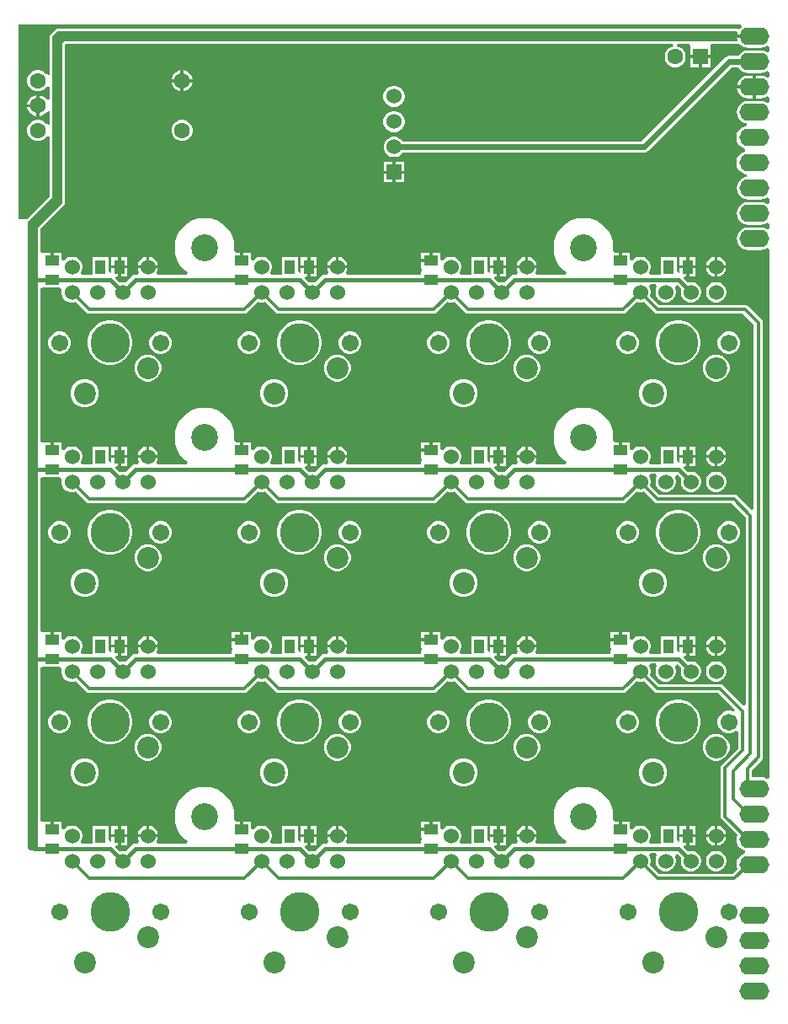
<source format=gbl>
G04*
G04 #@! TF.GenerationSoftware,Altium Limited,Altium Designer,22.5.1 (42)*
G04*
G04 Layer_Physical_Order=2*
G04 Layer_Color=16711680*
%FSLAX25Y25*%
%MOIN*%
G70*
G04*
G04 #@! TF.SameCoordinates,A209DC94-0A87-40FC-B198-68C7A1A1665B*
G04*
G04*
G04 #@! TF.FilePolarity,Positive*
G04*
G01*
G75*
%ADD26R,0.05512X0.04331*%
%ADD27R,0.04331X0.05512*%
%ADD29C,0.01181*%
%ADD30C,0.02362*%
%ADD31C,0.01575*%
%ADD32O,0.11811X0.06890*%
%ADD33R,0.06000X0.06000*%
%ADD34C,0.06000*%
%ADD35C,0.06299*%
%ADD36R,0.06299X0.06299*%
%ADD37C,0.06700*%
%ADD38C,0.08661*%
%ADD39C,0.15700*%
%ADD40C,0.10630*%
%ADD41C,0.01968*%
G36*
X287654Y387343D02*
X286987Y386831D01*
X286278Y386478D01*
X286185Y386516D01*
X286102Y386572D01*
X286003Y386592D01*
X285911Y386630D01*
X285810D01*
X285712Y386649D01*
X16732Y386649D01*
X16342Y386572D01*
X16011Y386351D01*
X14043Y384382D01*
X13822Y384052D01*
X13744Y383661D01*
X13744Y368535D01*
X13569Y368400D01*
X12275Y368641D01*
X11502Y369414D01*
X10556Y369960D01*
X9501Y370243D01*
X8408D01*
X7353Y369960D01*
X6407Y369414D01*
X5634Y368641D01*
X5088Y367695D01*
X4805Y366639D01*
Y365547D01*
X5088Y364492D01*
X5634Y363545D01*
X6407Y362773D01*
X7353Y362226D01*
X8408Y361944D01*
X9501D01*
X10556Y362226D01*
X11502Y362773D01*
X12275Y363545D01*
X13569Y363787D01*
X13744Y363652D01*
Y358692D01*
X13569Y358557D01*
X12275Y358799D01*
X11502Y359571D01*
X10556Y360118D01*
X9545Y360388D01*
Y356251D01*
Y352113D01*
X10556Y352384D01*
X11502Y352930D01*
X12275Y353703D01*
X13569Y353944D01*
X13744Y353809D01*
X13744Y348850D01*
X13569Y348715D01*
X12275Y348956D01*
X11502Y349729D01*
X10556Y350275D01*
X9501Y350558D01*
X8408D01*
X7353Y350275D01*
X6407Y349729D01*
X5634Y348956D01*
X5088Y348010D01*
X4805Y346954D01*
Y345862D01*
X5088Y344807D01*
X5634Y343860D01*
X6407Y343088D01*
X7353Y342541D01*
X8408Y342259D01*
X9501D01*
X10556Y342541D01*
X11502Y343088D01*
X12275Y343860D01*
X13569Y344102D01*
X13744Y343967D01*
X13744Y320501D01*
X4736Y311493D01*
X3786Y311372D01*
X3786Y311372D01*
X1421D01*
Y388343D01*
X287327D01*
X287654Y387343D01*
D02*
G37*
G36*
X286987Y380491D02*
X287916Y379779D01*
X288997Y379331D01*
X290158Y379178D01*
X295079D01*
X296239Y379331D01*
X297320Y379779D01*
X297579Y379977D01*
X298579Y379484D01*
Y377839D01*
X297579Y377345D01*
X297320Y377544D01*
X296239Y377992D01*
X295079Y378145D01*
X290158D01*
X288997Y377992D01*
X287916Y377544D01*
X286987Y376832D01*
X286275Y375903D01*
X286267Y375885D01*
X282717D01*
X282716Y375885D01*
X281866Y375716D01*
X281144Y375234D01*
X281144Y375234D01*
X248016Y342106D01*
X153332D01*
X153198Y342338D01*
X152453Y343083D01*
X151541Y343610D01*
X150524Y343882D01*
X149470D01*
X148453Y343610D01*
X147541Y343083D01*
X146796Y342338D01*
X146270Y341426D01*
X145997Y340409D01*
Y339356D01*
X146270Y338338D01*
X146796Y337426D01*
X147541Y336681D01*
X148453Y336155D01*
X149470Y335882D01*
X150524D01*
X151541Y336155D01*
X152453Y336681D01*
X153198Y337426D01*
X153332Y337658D01*
X248937D01*
X248937Y337658D01*
X249788Y337828D01*
X250510Y338310D01*
X283638Y371438D01*
X286267D01*
X286275Y371420D01*
X286987Y370491D01*
X287916Y369779D01*
X288997Y369331D01*
X290158Y369178D01*
X295079D01*
X296239Y369331D01*
X297320Y369779D01*
X297579Y369977D01*
X298579Y369484D01*
Y367839D01*
X297579Y367345D01*
X297320Y367544D01*
X296239Y367992D01*
X295079Y368145D01*
X293209D01*
Y363661D01*
Y359178D01*
X295079D01*
X296239Y359331D01*
X297320Y359779D01*
X297579Y359977D01*
X298579Y359484D01*
Y357839D01*
X297579Y357346D01*
X297320Y357544D01*
X296239Y357992D01*
X295079Y358145D01*
X290158D01*
X288997Y357992D01*
X287916Y357544D01*
X286987Y356832D01*
X286275Y355903D01*
X285827Y354822D01*
X285674Y353661D01*
X285827Y352501D01*
X286275Y351420D01*
X286987Y350491D01*
X287916Y349779D01*
X288997Y349331D01*
X289558Y349257D01*
X289558Y348248D01*
X288950Y348168D01*
X287825Y347702D01*
X286858Y346961D01*
X286117Y345994D01*
X285650Y344869D01*
X285492Y343661D01*
X285650Y342454D01*
X286117Y341329D01*
X286858Y340362D01*
X287825Y339621D01*
X288950Y339155D01*
Y338168D01*
X287825Y337702D01*
X286858Y336961D01*
X286117Y335994D01*
X285650Y334869D01*
X285492Y333661D01*
X285650Y332454D01*
X286117Y331329D01*
X286858Y330362D01*
X287825Y329621D01*
X288950Y329154D01*
X289558Y329074D01*
X289558Y328066D01*
X288997Y327992D01*
X287916Y327544D01*
X286987Y326832D01*
X286275Y325903D01*
X285827Y324822D01*
X285674Y323661D01*
X285827Y322501D01*
X286275Y321420D01*
X286987Y320491D01*
X287916Y319779D01*
X288997Y319331D01*
X290158Y319178D01*
X295079D01*
X296239Y319331D01*
X297320Y319779D01*
X297579Y319977D01*
X298579Y319484D01*
Y317839D01*
X297579Y317345D01*
X297320Y317544D01*
X296239Y317992D01*
X295079Y318145D01*
X290158D01*
X288997Y317992D01*
X287916Y317544D01*
X286987Y316831D01*
X286275Y315903D01*
X285827Y314822D01*
X285674Y313661D01*
X285827Y312501D01*
X286275Y311420D01*
X286987Y310491D01*
X287916Y309779D01*
X288997Y309331D01*
X290158Y309178D01*
X295079D01*
X296239Y309331D01*
X297320Y309779D01*
X297579Y309977D01*
X298579Y309484D01*
Y307839D01*
X297579Y307346D01*
X297320Y307544D01*
X296239Y307992D01*
X295079Y308145D01*
X290158D01*
X288997Y307992D01*
X287916Y307544D01*
X286987Y306832D01*
X286275Y305903D01*
X285827Y304822D01*
X285674Y303661D01*
X285827Y302501D01*
X286275Y301420D01*
X286987Y300491D01*
X287916Y299779D01*
X288997Y299331D01*
X290158Y299178D01*
X295079D01*
X296239Y299331D01*
X297320Y299779D01*
X297579Y299977D01*
X298579Y299484D01*
Y90508D01*
X297579Y90015D01*
X297412Y90143D01*
X296286Y90609D01*
X295079Y90768D01*
X291694D01*
Y93420D01*
X295569Y97295D01*
X295960Y97881D01*
X296098Y98572D01*
Y107480D01*
X296098Y270276D01*
X295960Y270967D01*
X295569Y271553D01*
X290155Y276967D01*
X289569Y277359D01*
X288877Y277496D01*
X255056D01*
X251451Y281101D01*
X251678Y281950D01*
Y283051D01*
X251393Y284115D01*
X251068Y284678D01*
X251565Y285678D01*
X253719D01*
X254135Y284678D01*
X253770Y284045D01*
X253497Y283027D01*
Y281974D01*
X253770Y280957D01*
X254296Y280045D01*
X255041Y279300D01*
X255953Y278773D01*
X256971Y278501D01*
X258024D01*
X259041Y278773D01*
X259953Y279300D01*
X260698Y280045D01*
X261225Y280957D01*
X261497Y281974D01*
Y283027D01*
X261225Y284045D01*
X261217Y284057D01*
X261733Y285164D01*
X262177Y285243D01*
X263686Y283733D01*
X263497Y283027D01*
Y281974D01*
X263770Y280957D01*
X264296Y280045D01*
X265041Y279300D01*
X265953Y278773D01*
X266970Y278501D01*
X268024D01*
X269041Y278773D01*
X269953Y279300D01*
X270698Y280045D01*
X271224Y280957D01*
X271497Y281974D01*
Y283027D01*
X271224Y284045D01*
X270698Y284957D01*
X269953Y285701D01*
X269041Y286228D01*
X268024Y286501D01*
X266970D01*
X266263Y286311D01*
X264753Y287821D01*
X265136Y288745D01*
X265647D01*
Y291910D01*
X263072D01*
Y290221D01*
X262912Y290163D01*
X261922Y290868D01*
Y296257D01*
X255592D01*
Y289323D01*
X251275D01*
X250859Y290323D01*
X251224Y290957D01*
X251497Y291974D01*
Y293027D01*
X251224Y294045D01*
X250698Y294957D01*
X249953Y295702D01*
X249041Y296228D01*
X248024Y296501D01*
X246971D01*
X245953Y296228D01*
X245041Y295702D01*
X244322Y294983D01*
X244203Y294987D01*
X243322Y295269D01*
Y298146D01*
X240157D01*
Y294981D01*
X238976D01*
Y298146D01*
X237424D01*
X236765Y298898D01*
X236808Y299226D01*
X236808Y300001D01*
X236808Y300775D01*
X236606Y302310D01*
X236205Y303805D01*
X235613Y305236D01*
X234839Y306577D01*
X233896Y307805D01*
X232801Y308900D01*
X231573Y309842D01*
X230232Y310616D01*
X228802Y311209D01*
X227306Y311610D01*
X225985Y311784D01*
X225771Y311812D01*
X224997Y311812D01*
Y311812D01*
X224223Y311812D01*
X224009Y311784D01*
X222688Y311610D01*
X221192Y311209D01*
X219762Y310616D01*
X218421Y309842D01*
X217193Y308900D01*
X216098Y307805D01*
X215156Y306577D01*
X214381Y305236D01*
X213789Y303805D01*
X213388Y302310D01*
X213186Y300775D01*
Y299226D01*
X213388Y297691D01*
X213789Y296196D01*
X214381Y294766D01*
X215156Y293425D01*
X216098Y292196D01*
X217193Y291102D01*
X218207Y290323D01*
X218016Y289511D01*
X217898Y289323D01*
X206275D01*
X205859Y290323D01*
X206224Y290957D01*
X206480Y291910D01*
X202497D01*
X198514D01*
X198770Y290957D01*
X199135Y290323D01*
X198719Y289323D01*
X197497D01*
X197497Y289323D01*
X196800Y289184D01*
X196209Y288789D01*
X196208Y288789D01*
X193730Y286311D01*
X193024Y286501D01*
X191971D01*
X191263Y286311D01*
X189753Y287821D01*
X190136Y288745D01*
X190647D01*
Y291910D01*
X188072D01*
Y290221D01*
X187912Y290163D01*
X186922Y290868D01*
Y296257D01*
X180592D01*
Y289323D01*
X176275D01*
X175859Y290323D01*
X176225Y290957D01*
X176497Y291974D01*
Y293027D01*
X176225Y294045D01*
X175698Y294957D01*
X174953Y295702D01*
X174041Y296228D01*
X173024Y296501D01*
X171970D01*
X170953Y296228D01*
X170041Y295702D01*
X169322Y294983D01*
X169202Y294987D01*
X168322Y295269D01*
Y298146D01*
X165157D01*
Y294981D01*
X164566D01*
Y294390D01*
X160810D01*
Y291816D01*
X161023D01*
Y290666D01*
X160810D01*
Y289323D01*
X131275D01*
X130859Y290323D01*
X131225Y290957D01*
X131480Y291910D01*
X127497D01*
X123514D01*
X123770Y290957D01*
X124135Y290323D01*
X123719Y289323D01*
X122497D01*
X122497Y289323D01*
X121800Y289184D01*
X121209Y288789D01*
X121208Y288789D01*
X118730Y286311D01*
X118024Y286501D01*
X116971D01*
X116264Y286311D01*
X114754Y287821D01*
X115137Y288745D01*
X115647D01*
Y291910D01*
X113072D01*
Y290209D01*
X112922Y290157D01*
X111922Y290868D01*
Y296257D01*
X105592D01*
Y289323D01*
X101275D01*
X100859Y290323D01*
X101225Y290957D01*
X101497Y291974D01*
Y293027D01*
X101225Y294045D01*
X100698Y294957D01*
X99953Y295702D01*
X99041Y296228D01*
X98024Y296501D01*
X96970D01*
X95953Y296228D01*
X95041Y295702D01*
X94322Y294983D01*
X94203Y294987D01*
X93322Y295269D01*
Y298146D01*
X90157D01*
Y294981D01*
X88976D01*
Y298146D01*
X87424D01*
X86765Y298898D01*
X86808Y299226D01*
X86808Y300001D01*
X86808Y300775D01*
X86606Y302310D01*
X86205Y303805D01*
X85613Y305236D01*
X84839Y306577D01*
X83896Y307805D01*
X82801Y308900D01*
X81573Y309842D01*
X80232Y310616D01*
X78802Y311209D01*
X77306Y311610D01*
X75985Y311784D01*
X75771Y311812D01*
X74997Y311812D01*
Y311812D01*
X74223Y311812D01*
X74009Y311784D01*
X72688Y311610D01*
X71192Y311209D01*
X69762Y310616D01*
X68421Y309842D01*
X67193Y308900D01*
X66098Y307805D01*
X65156Y306577D01*
X64381Y305236D01*
X63789Y303805D01*
X63388Y302310D01*
X63186Y300775D01*
Y299226D01*
X63388Y297691D01*
X63789Y296196D01*
X64381Y294766D01*
X65156Y293425D01*
X66098Y292196D01*
X67193Y291102D01*
X68207Y290323D01*
X68016Y289511D01*
X67898Y289323D01*
X56276D01*
X55860Y290323D01*
X56225Y290957D01*
X56481Y291910D01*
X52498D01*
X48515D01*
X48770Y290957D01*
X49136Y290323D01*
X48720Y289323D01*
X47498D01*
X47498Y289323D01*
X46801Y289184D01*
X46209Y288789D01*
X46209Y288789D01*
X43731Y286311D01*
X43025Y286501D01*
X41971D01*
X41265Y286311D01*
X39755Y287821D01*
X40138Y288745D01*
X40648D01*
Y291910D01*
X38073D01*
Y290209D01*
X37923Y290157D01*
X36923Y290868D01*
Y296257D01*
X30592D01*
Y289323D01*
X26276D01*
X25859Y290323D01*
X26225Y290957D01*
X26498Y291974D01*
Y293027D01*
X26225Y294045D01*
X25699Y294957D01*
X24954Y295702D01*
X24042Y296228D01*
X23024Y296501D01*
X21971D01*
X20954Y296228D01*
X20042Y295702D01*
X19323Y294983D01*
X19203Y294987D01*
X18323Y295269D01*
Y298146D01*
X15157D01*
Y294981D01*
X13976D01*
Y298146D01*
X10811D01*
Y298146D01*
X9878Y298308D01*
Y307452D01*
X19422Y316996D01*
X19643Y317326D01*
X19720Y317717D01*
X19720Y380483D01*
X19910Y380673D01*
X260411Y380673D01*
X260543Y379673D01*
X259737Y379457D01*
X258791Y378911D01*
X258018Y378138D01*
X257472Y377192D01*
X257189Y376137D01*
Y375044D01*
X257472Y373989D01*
X258018Y373043D01*
X258791Y372270D01*
X259737Y371724D01*
X260792Y371441D01*
X261885D01*
X262940Y371724D01*
X263886Y372270D01*
X264659Y373043D01*
X265205Y373989D01*
X265488Y375044D01*
Y376137D01*
X265205Y377192D01*
X264659Y378138D01*
X263886Y378911D01*
X262940Y379457D01*
X262134Y379673D01*
X262266Y380673D01*
X267028D01*
X267189Y379673D01*
Y376181D01*
X271339D01*
X275488D01*
Y379673D01*
X275488Y379740D01*
X275649Y380673D01*
X285712D01*
X285810Y380693D01*
X285911D01*
X286003Y380731D01*
X286102Y380751D01*
X286185Y380807D01*
X286278Y380845D01*
X286987Y380491D01*
D02*
G37*
G36*
X18402Y283368D02*
X18317Y283051D01*
Y281950D01*
X18602Y280887D01*
X19152Y279933D01*
X19931Y279155D01*
X20884Y278605D01*
X21948Y278320D01*
X23048D01*
X23897Y278547D01*
X28032Y274412D01*
X28618Y274021D01*
X29309Y273883D01*
X90686D01*
X91377Y274021D01*
X91963Y274412D01*
X96098Y278547D01*
X96947Y278320D01*
X98048D01*
X98896Y278547D01*
X103031Y274412D01*
X103617Y274021D01*
X104308Y273883D01*
X165686D01*
X166377Y274021D01*
X166963Y274412D01*
X171098Y278547D01*
X171947Y278320D01*
X173048D01*
X173896Y278547D01*
X178031Y274412D01*
X178617Y274021D01*
X179308Y273883D01*
X240686D01*
X241377Y274021D01*
X241963Y274412D01*
X246098Y278547D01*
X246947Y278320D01*
X248048D01*
X248896Y278547D01*
X253031Y274412D01*
X253617Y274021D01*
X254308Y273883D01*
X288129D01*
X292485Y269527D01*
Y196720D01*
X291485Y196306D01*
X285824Y201967D01*
X285238Y202359D01*
X284547Y202496D01*
X255056D01*
X251451Y206101D01*
X251678Y206950D01*
Y208051D01*
X251393Y209115D01*
X251068Y209678D01*
X251565Y210678D01*
X253719D01*
X254135Y209678D01*
X253770Y209045D01*
X253497Y208027D01*
Y206974D01*
X253770Y205957D01*
X254296Y205045D01*
X255041Y204300D01*
X255953Y203773D01*
X256971Y203501D01*
X258024D01*
X259041Y203773D01*
X259953Y204300D01*
X260698Y205045D01*
X261225Y205957D01*
X261497Y206974D01*
Y208027D01*
X261225Y209045D01*
X261217Y209057D01*
X261733Y210164D01*
X262177Y210243D01*
X263686Y208733D01*
X263497Y208027D01*
Y206974D01*
X263770Y205957D01*
X264296Y205045D01*
X265041Y204300D01*
X265953Y203773D01*
X266970Y203501D01*
X268024D01*
X269041Y203773D01*
X269953Y204300D01*
X270698Y205045D01*
X271224Y205957D01*
X271497Y206974D01*
Y208027D01*
X271224Y209045D01*
X270698Y209957D01*
X269953Y210701D01*
X269041Y211228D01*
X268024Y211501D01*
X266970D01*
X266263Y211311D01*
X264753Y212821D01*
X265136Y213745D01*
X265647D01*
Y216910D01*
X263072D01*
Y215221D01*
X262912Y215163D01*
X261922Y215868D01*
Y221257D01*
X255592D01*
Y214323D01*
X251275D01*
X250859Y215323D01*
X251224Y215957D01*
X251497Y216974D01*
Y218027D01*
X251224Y219045D01*
X250698Y219957D01*
X249953Y220702D01*
X249041Y221228D01*
X248024Y221501D01*
X246971D01*
X245953Y221228D01*
X245041Y220702D01*
X244322Y219983D01*
X244203Y219987D01*
X243322Y220269D01*
Y223146D01*
X240157D01*
Y219981D01*
X238976D01*
Y223146D01*
X237424D01*
X236765Y223898D01*
X236808Y224226D01*
X236808Y225001D01*
X236808Y225775D01*
X236606Y227310D01*
X236205Y228805D01*
X235613Y230236D01*
X234839Y231577D01*
X233896Y232805D01*
X232801Y233900D01*
X231573Y234842D01*
X230232Y235616D01*
X228802Y236209D01*
X227306Y236610D01*
X225985Y236784D01*
X225771Y236812D01*
X224997Y236812D01*
Y236812D01*
X224223Y236812D01*
X224009Y236784D01*
X222688Y236610D01*
X221192Y236209D01*
X219762Y235616D01*
X218421Y234842D01*
X217193Y233900D01*
X216098Y232805D01*
X215156Y231577D01*
X214381Y230236D01*
X213789Y228805D01*
X213388Y227310D01*
X213186Y225775D01*
Y224226D01*
X213388Y222691D01*
X213789Y221196D01*
X214381Y219766D01*
X215156Y218425D01*
X216098Y217196D01*
X217193Y216102D01*
X218207Y215323D01*
X218016Y214511D01*
X217898Y214323D01*
X206275D01*
X205859Y215323D01*
X206224Y215957D01*
X206480Y216910D01*
X202497D01*
X198514D01*
X198770Y215957D01*
X199135Y215323D01*
X198719Y214323D01*
X197497D01*
X197497Y214323D01*
X196800Y214184D01*
X196209Y213789D01*
X196208Y213789D01*
X193730Y211311D01*
X193024Y211501D01*
X191971D01*
X191263Y211311D01*
X189753Y212821D01*
X190136Y213745D01*
X190647D01*
Y216910D01*
X188072D01*
Y215221D01*
X187912Y215163D01*
X186922Y215868D01*
Y221257D01*
X180592D01*
Y214323D01*
X176275D01*
X175859Y215323D01*
X176225Y215957D01*
X176497Y216974D01*
Y218027D01*
X176225Y219045D01*
X175698Y219957D01*
X174953Y220702D01*
X174041Y221228D01*
X173024Y221501D01*
X171970D01*
X170953Y221228D01*
X170041Y220702D01*
X169322Y219983D01*
X169202Y219987D01*
X168322Y220269D01*
Y223146D01*
X165157D01*
Y219981D01*
X164566D01*
Y219390D01*
X160810D01*
Y216816D01*
X161023D01*
Y215666D01*
X160810D01*
Y214323D01*
X131275D01*
X130859Y215323D01*
X131225Y215957D01*
X131480Y216910D01*
X127497D01*
X123514D01*
X123770Y215957D01*
X124135Y215323D01*
X123719Y214323D01*
X122497D01*
X122497Y214323D01*
X121800Y214184D01*
X121209Y213789D01*
X121208Y213789D01*
X118730Y211311D01*
X118024Y211501D01*
X116971D01*
X116264Y211311D01*
X114754Y212821D01*
X115137Y213745D01*
X115647D01*
Y216910D01*
X113072D01*
Y215209D01*
X112922Y215157D01*
X111922Y215868D01*
Y221257D01*
X105592D01*
Y214323D01*
X101275D01*
X100859Y215323D01*
X101225Y215957D01*
X101497Y216974D01*
Y218027D01*
X101225Y219045D01*
X100698Y219957D01*
X99953Y220702D01*
X99041Y221228D01*
X98024Y221501D01*
X96970D01*
X95953Y221228D01*
X95041Y220702D01*
X94322Y219983D01*
X94203Y219987D01*
X93322Y220269D01*
Y223146D01*
X90157D01*
Y219981D01*
X88976D01*
Y223146D01*
X87424D01*
X86765Y223898D01*
X86808Y224226D01*
X86808Y225001D01*
X86808Y225775D01*
X86606Y227310D01*
X86205Y228805D01*
X85613Y230236D01*
X84839Y231577D01*
X83896Y232805D01*
X82801Y233900D01*
X81573Y234842D01*
X80232Y235616D01*
X78802Y236209D01*
X77306Y236610D01*
X75985Y236784D01*
X75771Y236812D01*
X74997Y236812D01*
Y236812D01*
X74223Y236812D01*
X74009Y236784D01*
X72688Y236610D01*
X71192Y236209D01*
X69762Y235616D01*
X68421Y234842D01*
X67193Y233900D01*
X66098Y232805D01*
X65156Y231577D01*
X64381Y230236D01*
X63789Y228805D01*
X63388Y227310D01*
X63186Y225775D01*
Y224226D01*
X63388Y222691D01*
X63789Y221196D01*
X64381Y219766D01*
X65156Y218425D01*
X66098Y217196D01*
X67193Y216102D01*
X68207Y215323D01*
X68016Y214511D01*
X67898Y214323D01*
X56276D01*
X55860Y215323D01*
X56225Y215957D01*
X56481Y216910D01*
X52498D01*
X48515D01*
X48770Y215957D01*
X49136Y215323D01*
X48720Y214323D01*
X47498D01*
X47498Y214323D01*
X46801Y214184D01*
X46209Y213789D01*
X46209Y213789D01*
X43731Y211311D01*
X43025Y211501D01*
X41971D01*
X41265Y211311D01*
X39755Y212821D01*
X40138Y213745D01*
X40648D01*
Y216910D01*
X38073D01*
Y215209D01*
X37923Y215157D01*
X36923Y215868D01*
Y221257D01*
X30592D01*
Y214323D01*
X26276D01*
X25859Y215323D01*
X26225Y215957D01*
X26498Y216974D01*
Y218027D01*
X26225Y219045D01*
X25699Y219957D01*
X24954Y220702D01*
X24042Y221228D01*
X23024Y221501D01*
X21971D01*
X20954Y221228D01*
X20042Y220702D01*
X19323Y219983D01*
X19203Y219987D01*
X18323Y220269D01*
Y223146D01*
X15157D01*
Y219981D01*
X13976D01*
Y223146D01*
X10811D01*
Y223146D01*
X9878Y223308D01*
X9878Y284174D01*
X10878Y284335D01*
X17626D01*
X18402Y283368D01*
D02*
G37*
G36*
Y208368D02*
X18317Y208051D01*
Y206950D01*
X18602Y205887D01*
X19152Y204933D01*
X19931Y204155D01*
X20884Y203605D01*
X21948Y203320D01*
X23048D01*
X23897Y203547D01*
X28032Y199412D01*
X28618Y199021D01*
X29309Y198883D01*
X90686D01*
X91377Y199021D01*
X91963Y199412D01*
X96098Y203547D01*
X96947Y203320D01*
X98048D01*
X98896Y203547D01*
X103031Y199412D01*
X103617Y199021D01*
X104308Y198883D01*
X165686D01*
X166377Y199021D01*
X166963Y199412D01*
X171098Y203547D01*
X171947Y203320D01*
X173048D01*
X173896Y203547D01*
X178031Y199412D01*
X178617Y199021D01*
X179308Y198883D01*
X240686D01*
X241377Y199021D01*
X241963Y199412D01*
X246098Y203547D01*
X246947Y203320D01*
X248048D01*
X248896Y203547D01*
X253031Y199412D01*
X253617Y199021D01*
X254308Y198883D01*
X283798D01*
X289335Y193346D01*
Y119358D01*
X288335Y118944D01*
X280313Y126966D01*
X279727Y127358D01*
X279036Y127495D01*
X255056D01*
X251451Y131101D01*
X251678Y131949D01*
Y133050D01*
X251393Y134114D01*
X251068Y134678D01*
X251565Y135678D01*
X253719D01*
X254135Y134678D01*
X253770Y134044D01*
X253497Y133027D01*
Y131973D01*
X253770Y130956D01*
X254296Y130044D01*
X255041Y129299D01*
X255953Y128772D01*
X256971Y128500D01*
X258024D01*
X259041Y128772D01*
X259953Y129299D01*
X260698Y130044D01*
X261225Y130956D01*
X261497Y131973D01*
Y133027D01*
X261225Y134044D01*
X261217Y134056D01*
X261733Y135163D01*
X262177Y135242D01*
X263686Y133733D01*
X263497Y133027D01*
Y131973D01*
X263770Y130956D01*
X264296Y130044D01*
X265041Y129299D01*
X265953Y128772D01*
X266970Y128500D01*
X268024D01*
X269041Y128772D01*
X269953Y129299D01*
X270698Y130044D01*
X271224Y130956D01*
X271497Y131973D01*
Y133027D01*
X271224Y134044D01*
X270698Y134956D01*
X269953Y135701D01*
X269041Y136227D01*
X268024Y136500D01*
X266970D01*
X266263Y136310D01*
X264753Y137820D01*
X265136Y138744D01*
X265647D01*
Y141909D01*
X263072D01*
Y140220D01*
X262912Y140162D01*
X261922Y140867D01*
Y146256D01*
X255592D01*
Y139322D01*
X251275D01*
X250859Y140322D01*
X251224Y140956D01*
X251497Y141973D01*
Y143026D01*
X251224Y144044D01*
X250698Y144956D01*
X249953Y145701D01*
X249041Y146227D01*
X248024Y146500D01*
X246971D01*
X245953Y146227D01*
X245041Y145701D01*
X244322Y144982D01*
X244203Y144986D01*
X243322Y145268D01*
Y148146D01*
X240157D01*
Y144980D01*
X239566D01*
Y144390D01*
X235810D01*
Y141815D01*
X236023D01*
Y140665D01*
X235810D01*
Y139322D01*
X206275D01*
X205859Y140322D01*
X206224Y140956D01*
X206480Y141909D01*
X202497D01*
X198514D01*
X198770Y140956D01*
X199135Y140322D01*
X198719Y139322D01*
X197497D01*
X197497Y139322D01*
X196800Y139184D01*
X196209Y138788D01*
X196208Y138788D01*
X193730Y136311D01*
X193024Y136500D01*
X191971D01*
X191263Y136310D01*
X189753Y137820D01*
X190136Y138744D01*
X190647D01*
Y141909D01*
X188072D01*
Y140220D01*
X187912Y140162D01*
X186922Y140867D01*
Y146256D01*
X180592D01*
Y139322D01*
X176275D01*
X175859Y140322D01*
X176225Y140956D01*
X176497Y141973D01*
Y143026D01*
X176225Y144044D01*
X175698Y144956D01*
X174953Y145701D01*
X174041Y146227D01*
X173024Y146500D01*
X171970D01*
X170953Y146227D01*
X170041Y145701D01*
X169322Y144982D01*
X169202Y144986D01*
X168322Y145268D01*
Y148146D01*
X165157D01*
Y144980D01*
X164566D01*
Y144390D01*
X160810D01*
Y141815D01*
X161023D01*
Y140665D01*
X160810D01*
Y139322D01*
X131275D01*
X130859Y140322D01*
X131225Y140956D01*
X131480Y141909D01*
X127497D01*
X123514D01*
X123770Y140956D01*
X124135Y140322D01*
X123719Y139322D01*
X122497D01*
X122497Y139322D01*
X121800Y139184D01*
X121209Y138788D01*
X121208Y138788D01*
X118730Y136311D01*
X118024Y136500D01*
X116971D01*
X116264Y136311D01*
X114754Y137820D01*
X115137Y138744D01*
X115647D01*
Y141909D01*
X113072D01*
Y140208D01*
X112922Y140156D01*
X111922Y140867D01*
Y146256D01*
X105592D01*
Y139322D01*
X101275D01*
X100859Y140322D01*
X101225Y140956D01*
X101497Y141973D01*
Y143026D01*
X101225Y144044D01*
X100698Y144956D01*
X99953Y145701D01*
X99041Y146227D01*
X98024Y146500D01*
X96970D01*
X95953Y146227D01*
X95041Y145701D01*
X94322Y144982D01*
X94203Y144986D01*
X93322Y145268D01*
Y148146D01*
X90157D01*
Y144980D01*
X89566D01*
Y144390D01*
X85810D01*
Y141815D01*
X86023D01*
Y140665D01*
X85810D01*
Y139322D01*
X56276D01*
X55860Y140322D01*
X56225Y140956D01*
X56481Y141909D01*
X52498D01*
X48515D01*
X48770Y140956D01*
X49136Y140322D01*
X48720Y139322D01*
X47498D01*
X47498Y139322D01*
X46801Y139184D01*
X46209Y138788D01*
X46209Y138788D01*
X43731Y136311D01*
X43025Y136500D01*
X41971D01*
X41265Y136311D01*
X39755Y137820D01*
X40138Y138744D01*
X40648D01*
Y141909D01*
X38073D01*
Y140208D01*
X37923Y140156D01*
X36923Y140867D01*
Y146256D01*
X30592D01*
Y139322D01*
X26276D01*
X25859Y140322D01*
X26225Y140956D01*
X26498Y141973D01*
Y143026D01*
X26225Y144044D01*
X25699Y144956D01*
X24954Y145701D01*
X24042Y146227D01*
X23024Y146500D01*
X21971D01*
X20954Y146227D01*
X20042Y145701D01*
X19323Y144982D01*
X19203Y144986D01*
X18323Y145268D01*
Y148146D01*
X15157D01*
Y144980D01*
X13976D01*
Y148146D01*
X10811D01*
Y148146D01*
X9878Y148307D01*
Y209174D01*
X10878Y209335D01*
X17626D01*
X18402Y208368D01*
D02*
G37*
G36*
Y133367D02*
X18317Y133050D01*
Y131949D01*
X18602Y130886D01*
X19152Y129933D01*
X19931Y129154D01*
X20884Y128604D01*
X21948Y128319D01*
X23048D01*
X23897Y128546D01*
X28032Y124412D01*
X28618Y124020D01*
X29309Y123882D01*
X90686D01*
X91377Y124020D01*
X91963Y124412D01*
X96098Y128546D01*
X96947Y128319D01*
X98048D01*
X98896Y128546D01*
X103031Y124412D01*
X103617Y124020D01*
X104308Y123882D01*
X165686D01*
X166377Y124020D01*
X166963Y124412D01*
X171098Y128546D01*
X171947Y128319D01*
X173048D01*
X173896Y128546D01*
X178031Y124412D01*
X178617Y124020D01*
X179308Y123882D01*
X240686D01*
X241377Y124020D01*
X241963Y124412D01*
X246098Y128546D01*
X246947Y128319D01*
X248048D01*
X248896Y128546D01*
X253031Y124412D01*
X253617Y124020D01*
X254308Y123882D01*
X278288D01*
X284853Y117317D01*
X284239Y116517D01*
X284176Y116553D01*
X283070Y116850D01*
X281924D01*
X280818Y116553D01*
X279826Y115981D01*
X279016Y115171D01*
X278444Y114179D01*
X278147Y113073D01*
Y111927D01*
X278444Y110821D01*
X279016Y109829D01*
X279826Y109019D01*
X280818Y108446D01*
X281924Y108150D01*
X283070D01*
X284176Y108446D01*
X285168Y109019D01*
X285186Y109037D01*
X286186Y108623D01*
Y101929D01*
X279825Y95569D01*
X279433Y94983D01*
X279296Y94291D01*
Y75157D01*
X279433Y74466D01*
X279825Y73880D01*
X285869Y67837D01*
X285650Y67310D01*
X285492Y66102D01*
X285650Y64895D01*
X286117Y63769D01*
X286858Y62803D01*
X287825Y62062D01*
X288950Y61595D01*
Y60609D01*
X287825Y60143D01*
X286858Y59402D01*
X286117Y58435D01*
X285650Y57310D01*
X285492Y56102D01*
X285650Y54895D01*
X285869Y54368D01*
X283996Y52495D01*
X255056D01*
X251451Y56101D01*
X251678Y56950D01*
Y58051D01*
X251393Y59114D01*
X251068Y59678D01*
X251565Y60678D01*
X253719D01*
X254135Y59678D01*
X253770Y59044D01*
X253497Y58027D01*
Y56973D01*
X253770Y55956D01*
X254296Y55044D01*
X255041Y54299D01*
X255953Y53773D01*
X256971Y53500D01*
X258024D01*
X259041Y53773D01*
X259953Y54299D01*
X260698Y55044D01*
X261225Y55956D01*
X261497Y56973D01*
Y58027D01*
X261225Y59044D01*
X261217Y59057D01*
X261733Y60163D01*
X262177Y60242D01*
X263686Y58733D01*
X263497Y58027D01*
Y56973D01*
X263770Y55956D01*
X264296Y55044D01*
X265041Y54299D01*
X265953Y53773D01*
X266970Y53500D01*
X268024D01*
X269041Y53773D01*
X269953Y54299D01*
X270698Y55044D01*
X271224Y55956D01*
X271497Y56973D01*
Y58027D01*
X271224Y59044D01*
X270698Y59956D01*
X269953Y60701D01*
X269041Y61227D01*
X268024Y61500D01*
X266970D01*
X266263Y61310D01*
X264753Y62820D01*
X265136Y63744D01*
X265647D01*
Y66909D01*
X263072D01*
Y65220D01*
X262912Y65162D01*
X261922Y65867D01*
Y71256D01*
X255592D01*
Y64322D01*
X251275D01*
X250859Y65322D01*
X251224Y65956D01*
X251497Y66973D01*
Y68027D01*
X251224Y69044D01*
X250698Y69956D01*
X249953Y70701D01*
X249041Y71227D01*
X248024Y71500D01*
X246971D01*
X245953Y71227D01*
X245041Y70701D01*
X244322Y69982D01*
X244203Y69986D01*
X243322Y70269D01*
Y73146D01*
X240157D01*
Y69980D01*
X238976D01*
Y73146D01*
X237424D01*
X236765Y73897D01*
X236808Y74226D01*
X236808Y75000D01*
X236808Y75774D01*
X236606Y77309D01*
X236205Y78804D01*
X235613Y80235D01*
X234839Y81576D01*
X233896Y82804D01*
X232801Y83899D01*
X231573Y84841D01*
X230232Y85616D01*
X228802Y86208D01*
X227306Y86609D01*
X225985Y86783D01*
X225771Y86811D01*
X224997Y86811D01*
Y86811D01*
X224223Y86811D01*
X224009Y86783D01*
X222688Y86609D01*
X221192Y86208D01*
X219762Y85616D01*
X218421Y84841D01*
X217193Y83899D01*
X216098Y82804D01*
X215156Y81576D01*
X214381Y80235D01*
X213789Y78804D01*
X213388Y77309D01*
X213186Y75774D01*
Y74226D01*
X213388Y72691D01*
X213789Y71195D01*
X214381Y69765D01*
X215156Y68424D01*
X216098Y67196D01*
X217193Y66101D01*
X218207Y65322D01*
X218015Y64510D01*
X217898Y64322D01*
X206275D01*
X205859Y65322D01*
X206224Y65956D01*
X206480Y66909D01*
X202497D01*
X198514D01*
X198770Y65956D01*
X199135Y65322D01*
X198719Y64322D01*
X197497D01*
X197497Y64322D01*
X196800Y64184D01*
X196209Y63789D01*
X196208Y63789D01*
X193730Y61311D01*
X193024Y61500D01*
X191971D01*
X191263Y61310D01*
X189753Y62820D01*
X190136Y63744D01*
X190647D01*
Y66909D01*
X188072D01*
Y65220D01*
X187912Y65162D01*
X186922Y65867D01*
Y71256D01*
X180592D01*
Y64322D01*
X176275D01*
X175859Y65322D01*
X176225Y65956D01*
X176497Y66973D01*
Y68027D01*
X176225Y69044D01*
X175698Y69956D01*
X174953Y70701D01*
X174041Y71227D01*
X173024Y71500D01*
X171970D01*
X170953Y71227D01*
X170041Y70701D01*
X169322Y69982D01*
X169202Y69986D01*
X168322Y70269D01*
Y73146D01*
X165157D01*
Y69980D01*
X164566D01*
Y69390D01*
X160810D01*
Y66815D01*
X161023D01*
Y65665D01*
X160810D01*
Y64322D01*
X131275D01*
X130859Y65322D01*
X131225Y65956D01*
X131480Y66909D01*
X127497D01*
X123514D01*
X123770Y65956D01*
X124135Y65322D01*
X123719Y64322D01*
X122497D01*
X122497Y64322D01*
X121800Y64184D01*
X121209Y63789D01*
X121208Y63789D01*
X118730Y61311D01*
X118024Y61500D01*
X116971D01*
X116264Y61311D01*
X114754Y62820D01*
X115137Y63744D01*
X115647D01*
Y66909D01*
X113072D01*
Y65208D01*
X112922Y65156D01*
X111922Y65867D01*
Y71256D01*
X105592D01*
Y64322D01*
X101275D01*
X100859Y65322D01*
X101225Y65956D01*
X101497Y66973D01*
Y68027D01*
X101225Y69044D01*
X100698Y69956D01*
X99953Y70701D01*
X99041Y71227D01*
X98024Y71500D01*
X96970D01*
X95953Y71227D01*
X95041Y70701D01*
X94322Y69982D01*
X94203Y69986D01*
X93322Y70269D01*
Y73146D01*
X90157D01*
Y69980D01*
X88976D01*
Y73146D01*
X87424D01*
X86765Y73897D01*
X86808Y74226D01*
X86808Y75000D01*
X86808Y75774D01*
X86606Y77309D01*
X86205Y78804D01*
X85613Y80235D01*
X84839Y81576D01*
X83896Y82804D01*
X82801Y83899D01*
X81573Y84841D01*
X80232Y85616D01*
X78802Y86208D01*
X77306Y86609D01*
X75985Y86783D01*
X75771Y86811D01*
X74997Y86811D01*
Y86811D01*
X74223Y86811D01*
X74009Y86783D01*
X72688Y86609D01*
X71192Y86208D01*
X69762Y85616D01*
X68421Y84841D01*
X67193Y83899D01*
X66098Y82804D01*
X65156Y81576D01*
X64381Y80235D01*
X63789Y78804D01*
X63388Y77309D01*
X63186Y75774D01*
Y74226D01*
X63388Y72691D01*
X63789Y71195D01*
X64381Y69765D01*
X65156Y68424D01*
X66098Y67196D01*
X67193Y66101D01*
X68207Y65322D01*
X68015Y64510D01*
X67898Y64322D01*
X56276D01*
X55860Y65322D01*
X56225Y65956D01*
X56481Y66909D01*
X52498D01*
X48515D01*
X48770Y65956D01*
X49136Y65322D01*
X48720Y64322D01*
X47498D01*
X47498Y64322D01*
X46801Y64184D01*
X46209Y63789D01*
X46209Y63789D01*
X43731Y61311D01*
X43025Y61500D01*
X41971D01*
X41265Y61311D01*
X39755Y62820D01*
X40138Y63744D01*
X40648D01*
Y66909D01*
X38073D01*
Y65208D01*
X37923Y65156D01*
X36923Y65867D01*
Y71256D01*
X30592D01*
Y64322D01*
X26276D01*
X25859Y65322D01*
X26225Y65956D01*
X26498Y66973D01*
Y68027D01*
X26225Y69044D01*
X25699Y69956D01*
X24954Y70701D01*
X24042Y71227D01*
X23024Y71500D01*
X21971D01*
X20954Y71227D01*
X20042Y70701D01*
X19323Y69982D01*
X19203Y69986D01*
X18323Y70269D01*
Y73146D01*
X15157D01*
Y69980D01*
X13976D01*
Y73146D01*
X10811D01*
Y73146D01*
X9878Y73307D01*
X9878Y134173D01*
X10878Y134335D01*
X17626D01*
X18402Y133367D01*
D02*
G37*
G36*
X285989Y385214D02*
X285827Y384822D01*
X285752Y384252D01*
X292618D01*
Y383071D01*
X285752D01*
X285827Y382501D01*
X285989Y382109D01*
X285712Y381693D01*
X19488Y381693D01*
X18701Y380906D01*
X18701Y317717D01*
X8858Y307874D01*
X8858Y61614D01*
X5906D01*
X4921Y62598D01*
Y310236D01*
X14764Y320079D01*
X14764Y383661D01*
X16732Y385630D01*
X285712Y385630D01*
X285989Y385214D01*
D02*
G37*
%LPC*%
G36*
X8364Y360388D02*
X7353Y360118D01*
X6407Y359571D01*
X5634Y358799D01*
X5088Y357852D01*
X4817Y356841D01*
X8364D01*
Y360388D01*
D02*
G37*
G36*
Y355660D02*
X4817D01*
X5088Y354649D01*
X5634Y353703D01*
X6407Y352930D01*
X7353Y352384D01*
X8364Y352113D01*
Y355660D01*
D02*
G37*
G36*
X275488Y375000D02*
X271929D01*
Y371441D01*
X275488D01*
Y375000D01*
D02*
G37*
G36*
X270748D02*
X267189D01*
Y371441D01*
X270748D01*
Y375000D01*
D02*
G37*
G36*
X66632Y370231D02*
Y366684D01*
X70179D01*
X69908Y367695D01*
X69362Y368641D01*
X68589Y369414D01*
X67643Y369960D01*
X66632Y370231D01*
D02*
G37*
G36*
X65451Y370231D02*
X64439Y369960D01*
X63493Y369414D01*
X62721Y368641D01*
X62174Y367695D01*
X61904Y366684D01*
X65451D01*
Y370231D01*
D02*
G37*
G36*
X292027Y368145D02*
X290158D01*
X288997Y367992D01*
X287916Y367544D01*
X286987Y366831D01*
X286275Y365903D01*
X285827Y364822D01*
X285752Y364252D01*
X292027D01*
Y368145D01*
D02*
G37*
G36*
X65451Y365503D02*
X61904D01*
X62174Y364492D01*
X62721Y363545D01*
X63493Y362773D01*
X64439Y362226D01*
X65451Y361955D01*
Y365503D01*
D02*
G37*
G36*
X70179D02*
X66632D01*
Y361955D01*
X67643Y362226D01*
X68589Y362773D01*
X69362Y363545D01*
X69908Y364492D01*
X70179Y365503D01*
D02*
G37*
G36*
X292027Y363071D02*
X285752D01*
X285827Y362501D01*
X286275Y361420D01*
X286987Y360491D01*
X287916Y359779D01*
X288997Y359331D01*
X290158Y359178D01*
X292027D01*
Y363071D01*
D02*
G37*
G36*
X150548Y364063D02*
X149447D01*
X148383Y363778D01*
X147430Y363228D01*
X146651Y362450D01*
X146101Y361496D01*
X145816Y360433D01*
Y359332D01*
X146101Y358268D01*
X146651Y357315D01*
X147430Y356537D01*
X148383Y355986D01*
X149447Y355701D01*
X150548D01*
X151611Y355986D01*
X152564Y356537D01*
X153343Y357315D01*
X153893Y358268D01*
X154178Y359332D01*
Y360433D01*
X153893Y361496D01*
X153343Y362450D01*
X152564Y363228D01*
X151611Y363778D01*
X150548Y364063D01*
D02*
G37*
G36*
Y354063D02*
X149447D01*
X148383Y353778D01*
X147430Y353228D01*
X146651Y352449D01*
X146101Y351496D01*
X145816Y350433D01*
Y349332D01*
X146101Y348268D01*
X146651Y347315D01*
X147430Y346536D01*
X148383Y345986D01*
X149447Y345701D01*
X150548D01*
X151611Y345986D01*
X152564Y346536D01*
X153343Y347315D01*
X153893Y348268D01*
X154178Y349332D01*
Y350433D01*
X153893Y351496D01*
X153343Y352449D01*
X152564Y353228D01*
X151611Y353778D01*
X150548Y354063D01*
D02*
G37*
G36*
X66588Y350558D02*
X65495D01*
X64439Y350275D01*
X63493Y349729D01*
X62721Y348956D01*
X62174Y348010D01*
X61892Y346954D01*
Y345862D01*
X62174Y344807D01*
X62721Y343860D01*
X63493Y343088D01*
X64439Y342541D01*
X65495Y342259D01*
X66588D01*
X67643Y342541D01*
X68589Y343088D01*
X69362Y343860D01*
X69908Y344807D01*
X70191Y345862D01*
Y346954D01*
X69908Y348010D01*
X69362Y348956D01*
X68589Y349729D01*
X67643Y350275D01*
X66588Y350558D01*
D02*
G37*
G36*
X153997Y333882D02*
X150588D01*
Y330473D01*
X153997D01*
Y333882D01*
D02*
G37*
G36*
X149407D02*
X145997D01*
Y330473D01*
X149407D01*
Y333882D01*
D02*
G37*
G36*
X153997Y329292D02*
X150588D01*
Y325882D01*
X153997D01*
Y329292D01*
D02*
G37*
G36*
X149407D02*
X145997D01*
Y325882D01*
X149407D01*
Y329292D01*
D02*
G37*
G36*
X163976Y298146D02*
X160810D01*
Y295571D01*
X163976D01*
Y298146D01*
D02*
G37*
G36*
X269403Y296257D02*
X266828D01*
Y293091D01*
X269403D01*
Y296257D01*
D02*
G37*
G36*
X194403D02*
X191828D01*
Y293091D01*
X194403D01*
Y296257D01*
D02*
G37*
G36*
X119403D02*
X116828D01*
Y293091D01*
X119403D01*
Y296257D01*
D02*
G37*
G36*
X44403D02*
X41829D01*
Y293091D01*
X44403D01*
Y296257D01*
D02*
G37*
G36*
X190647D02*
X188072D01*
Y293091D01*
X190647D01*
Y296257D01*
D02*
G37*
G36*
X265647D02*
X263072D01*
Y293091D01*
X265647D01*
Y296257D01*
D02*
G37*
G36*
X115647D02*
X113072D01*
Y293091D01*
X115647D01*
Y296257D01*
D02*
G37*
G36*
X40648D02*
X38073D01*
Y293091D01*
X40648D01*
Y296257D01*
D02*
G37*
G36*
X278088Y296483D02*
Y293091D01*
X281480D01*
X281224Y294045D01*
X280698Y294957D01*
X279953Y295702D01*
X279041Y296228D01*
X278088Y296483D01*
D02*
G37*
G36*
X203088D02*
Y293091D01*
X206480D01*
X206224Y294045D01*
X205698Y294957D01*
X204953Y295702D01*
X204041Y296228D01*
X203088Y296483D01*
D02*
G37*
G36*
X128088D02*
Y293091D01*
X131480D01*
X131225Y294045D01*
X130698Y294957D01*
X129953Y295702D01*
X129041Y296228D01*
X128088Y296483D01*
D02*
G37*
G36*
X53088D02*
Y293091D01*
X56481D01*
X56225Y294045D01*
X55699Y294957D01*
X54954Y295702D01*
X54042Y296228D01*
X53088Y296483D01*
D02*
G37*
G36*
X201907Y296483D02*
X200953Y296228D01*
X200041Y295702D01*
X199296Y294957D01*
X198770Y294045D01*
X198514Y293091D01*
X201907D01*
Y296483D01*
D02*
G37*
G36*
X126907D02*
X125953Y296228D01*
X125041Y295702D01*
X124296Y294957D01*
X123770Y294045D01*
X123514Y293091D01*
X126907D01*
Y296483D01*
D02*
G37*
G36*
X276907D02*
X275953Y296228D01*
X275041Y295702D01*
X274296Y294957D01*
X273770Y294045D01*
X273514Y293091D01*
X276907D01*
Y296483D01*
D02*
G37*
G36*
X51907D02*
X50954Y296228D01*
X50042Y295702D01*
X49297Y294957D01*
X48770Y294045D01*
X48515Y293091D01*
X51907D01*
Y296483D01*
D02*
G37*
G36*
X269403Y291910D02*
X266828D01*
Y288745D01*
X269403D01*
Y291910D01*
D02*
G37*
G36*
X194403D02*
X191828D01*
Y288745D01*
X194403D01*
Y291910D01*
D02*
G37*
G36*
X119403D02*
X116828D01*
Y288745D01*
X119403D01*
Y291910D01*
D02*
G37*
G36*
X44403D02*
X41829D01*
Y288745D01*
X44403D01*
Y291910D01*
D02*
G37*
G36*
X281480Y291910D02*
X278088D01*
Y288518D01*
X279041Y288773D01*
X279953Y289300D01*
X280698Y290045D01*
X281224Y290957D01*
X281480Y291910D01*
D02*
G37*
G36*
X276907D02*
X273514D01*
X273770Y290957D01*
X274296Y290045D01*
X275041Y289300D01*
X275953Y288773D01*
X276907Y288518D01*
Y291910D01*
D02*
G37*
G36*
X278024Y286501D02*
X276971D01*
X275953Y286228D01*
X275041Y285701D01*
X274296Y284957D01*
X273770Y284045D01*
X273497Y283027D01*
Y281974D01*
X273770Y280957D01*
X274296Y280045D01*
X275041Y279300D01*
X275953Y278773D01*
X276971Y278501D01*
X278024D01*
X279041Y278773D01*
X279953Y279300D01*
X280698Y280045D01*
X281224Y280957D01*
X281497Y281974D01*
Y283027D01*
X281224Y284045D01*
X280698Y284957D01*
X279953Y285701D01*
X279041Y286228D01*
X278024Y286501D01*
D02*
G37*
G36*
X283070Y266851D02*
X281924D01*
X280818Y266554D01*
X279826Y265982D01*
X279016Y265172D01*
X278444Y264180D01*
X278147Y263073D01*
Y261928D01*
X278444Y260822D01*
X279016Y259830D01*
X279826Y259020D01*
X280818Y258447D01*
X281924Y258151D01*
X283070D01*
X284176Y258447D01*
X285168Y259020D01*
X285978Y259830D01*
X286551Y260822D01*
X286847Y261928D01*
Y263073D01*
X286551Y264180D01*
X285978Y265172D01*
X285168Y265982D01*
X284176Y266554D01*
X283070Y266851D01*
D02*
G37*
G36*
X243070D02*
X241924D01*
X240818Y266554D01*
X239826Y265982D01*
X239016Y265172D01*
X238444Y264180D01*
X238147Y263073D01*
Y261928D01*
X238444Y260822D01*
X239016Y259830D01*
X239826Y259020D01*
X240818Y258447D01*
X241924Y258151D01*
X243070D01*
X244176Y258447D01*
X245168Y259020D01*
X245978Y259830D01*
X246551Y260822D01*
X246847Y261928D01*
Y263073D01*
X246551Y264180D01*
X245978Y265172D01*
X245168Y265982D01*
X244176Y266554D01*
X243070Y266851D01*
D02*
G37*
G36*
X208070D02*
X206924D01*
X205818Y266554D01*
X204826Y265982D01*
X204016Y265172D01*
X203444Y264180D01*
X203147Y263073D01*
Y261928D01*
X203444Y260822D01*
X204016Y259830D01*
X204826Y259020D01*
X205818Y258447D01*
X206924Y258151D01*
X208070D01*
X209176Y258447D01*
X210168Y259020D01*
X210978Y259830D01*
X211551Y260822D01*
X211847Y261928D01*
Y263073D01*
X211551Y264180D01*
X210978Y265172D01*
X210168Y265982D01*
X209176Y266554D01*
X208070Y266851D01*
D02*
G37*
G36*
X168070D02*
X166924D01*
X165818Y266554D01*
X164826Y265982D01*
X164016Y265172D01*
X163444Y264180D01*
X163147Y263073D01*
Y261928D01*
X163444Y260822D01*
X164016Y259830D01*
X164826Y259020D01*
X165818Y258447D01*
X166924Y258151D01*
X168070D01*
X169176Y258447D01*
X170168Y259020D01*
X170978Y259830D01*
X171551Y260822D01*
X171847Y261928D01*
Y263073D01*
X171551Y264180D01*
X170978Y265172D01*
X170168Y265982D01*
X169176Y266554D01*
X168070Y266851D01*
D02*
G37*
G36*
X133070D02*
X131924D01*
X130818Y266554D01*
X129826Y265982D01*
X129016Y265172D01*
X128444Y264180D01*
X128147Y263073D01*
Y261928D01*
X128444Y260822D01*
X129016Y259830D01*
X129826Y259020D01*
X130818Y258447D01*
X131924Y258151D01*
X133070D01*
X134176Y258447D01*
X135168Y259020D01*
X135978Y259830D01*
X136551Y260822D01*
X136847Y261928D01*
Y263073D01*
X136551Y264180D01*
X135978Y265172D01*
X135168Y265982D01*
X134176Y266554D01*
X133070Y266851D01*
D02*
G37*
G36*
X93070D02*
X91924D01*
X90818Y266554D01*
X89826Y265982D01*
X89016Y265172D01*
X88444Y264180D01*
X88147Y263073D01*
Y261928D01*
X88444Y260822D01*
X89016Y259830D01*
X89826Y259020D01*
X90818Y258447D01*
X91924Y258151D01*
X93070D01*
X94176Y258447D01*
X95168Y259020D01*
X95978Y259830D01*
X96551Y260822D01*
X96847Y261928D01*
Y263073D01*
X96551Y264180D01*
X95978Y265172D01*
X95168Y265982D01*
X94176Y266554D01*
X93070Y266851D01*
D02*
G37*
G36*
X58071D02*
X56925D01*
X55819Y266554D01*
X54827Y265982D01*
X54017Y265172D01*
X53444Y264180D01*
X53148Y263073D01*
Y261928D01*
X53444Y260822D01*
X54017Y259830D01*
X54827Y259020D01*
X55819Y258447D01*
X56925Y258151D01*
X58071D01*
X59177Y258447D01*
X60169Y259020D01*
X60979Y259830D01*
X61551Y260822D01*
X61848Y261928D01*
Y263073D01*
X61551Y264180D01*
X60979Y265172D01*
X60169Y265982D01*
X59177Y266554D01*
X58071Y266851D01*
D02*
G37*
G36*
X18071D02*
X16925D01*
X15819Y266554D01*
X14827Y265982D01*
X14017Y265172D01*
X13444Y264180D01*
X13148Y263073D01*
Y261928D01*
X13444Y260822D01*
X14017Y259830D01*
X14827Y259020D01*
X15819Y258447D01*
X16925Y258151D01*
X18071D01*
X19177Y258447D01*
X20169Y259020D01*
X20979Y259830D01*
X21552Y260822D01*
X21848Y261928D01*
Y263073D01*
X21552Y264180D01*
X20979Y265172D01*
X20169Y265982D01*
X19177Y266554D01*
X18071Y266851D01*
D02*
G37*
G36*
X263369Y271351D02*
X261626D01*
X259916Y271011D01*
X258305Y270343D01*
X256856Y269375D01*
X255623Y268142D01*
X254654Y266693D01*
X253987Y265082D01*
X253647Y263372D01*
Y261629D01*
X253987Y259919D01*
X254654Y258309D01*
X255623Y256859D01*
X256856Y255626D01*
X258305Y254658D01*
X259916Y253991D01*
X261626Y253651D01*
X263369D01*
X265079Y253991D01*
X266689Y254658D01*
X268139Y255626D01*
X269371Y256859D01*
X270340Y258309D01*
X271007Y259919D01*
X271347Y261629D01*
Y263372D01*
X271007Y265082D01*
X270340Y266693D01*
X269371Y268142D01*
X268139Y269375D01*
X266689Y270343D01*
X265079Y271011D01*
X263369Y271351D01*
D02*
G37*
G36*
X188369D02*
X186626D01*
X184916Y271011D01*
X183305Y270343D01*
X181856Y269375D01*
X180623Y268142D01*
X179654Y266693D01*
X178987Y265082D01*
X178647Y263372D01*
Y261629D01*
X178987Y259919D01*
X179654Y258309D01*
X180623Y256859D01*
X181856Y255626D01*
X183305Y254658D01*
X184916Y253991D01*
X186626Y253651D01*
X188369D01*
X190079Y253991D01*
X191689Y254658D01*
X193139Y255626D01*
X194371Y256859D01*
X195340Y258309D01*
X196007Y259919D01*
X196347Y261629D01*
Y263372D01*
X196007Y265082D01*
X195340Y266693D01*
X194371Y268142D01*
X193139Y269375D01*
X191689Y270343D01*
X190079Y271011D01*
X188369Y271351D01*
D02*
G37*
G36*
X113369D02*
X111626D01*
X109916Y271011D01*
X108305Y270343D01*
X106856Y269375D01*
X105623Y268142D01*
X104654Y266693D01*
X103987Y265082D01*
X103647Y263372D01*
Y261629D01*
X103987Y259919D01*
X104654Y258309D01*
X105623Y256859D01*
X106856Y255626D01*
X108305Y254658D01*
X109916Y253991D01*
X111626Y253651D01*
X113369D01*
X115079Y253991D01*
X116689Y254658D01*
X118139Y255626D01*
X119371Y256859D01*
X120340Y258309D01*
X121007Y259919D01*
X121347Y261629D01*
Y263372D01*
X121007Y265082D01*
X120340Y266693D01*
X119371Y268142D01*
X118139Y269375D01*
X116689Y270343D01*
X115079Y271011D01*
X113369Y271351D01*
D02*
G37*
G36*
X38370D02*
X36626D01*
X34916Y271011D01*
X33306Y270343D01*
X31856Y269375D01*
X30624Y268142D01*
X29655Y266693D01*
X28988Y265082D01*
X28648Y263372D01*
Y261629D01*
X28988Y259919D01*
X29655Y258309D01*
X30624Y256859D01*
X31856Y255626D01*
X33306Y254658D01*
X34916Y253991D01*
X36626Y253651D01*
X38370D01*
X40079Y253991D01*
X41690Y254658D01*
X43139Y255626D01*
X44372Y256859D01*
X45341Y258309D01*
X46008Y259919D01*
X46348Y261629D01*
Y263372D01*
X46008Y265082D01*
X45341Y266693D01*
X44372Y268142D01*
X43139Y269375D01*
X41690Y270343D01*
X40079Y271011D01*
X38370Y271351D01*
D02*
G37*
G36*
X278199Y257831D02*
X276795D01*
X275440Y257468D01*
X274224Y256766D01*
X273232Y255774D01*
X272530Y254558D01*
X272166Y253203D01*
Y251799D01*
X272530Y250443D01*
X273232Y249227D01*
X274224Y248235D01*
X275440Y247533D01*
X276795Y247170D01*
X278199D01*
X279555Y247533D01*
X280770Y248235D01*
X281763Y249227D01*
X282465Y250443D01*
X282828Y251799D01*
Y253203D01*
X282465Y254558D01*
X281763Y255774D01*
X280770Y256766D01*
X279555Y257468D01*
X278199Y257831D01*
D02*
G37*
G36*
X203199D02*
X201795D01*
X200440Y257468D01*
X199224Y256766D01*
X198231Y255774D01*
X197530Y254558D01*
X197166Y253203D01*
Y251799D01*
X197530Y250443D01*
X198231Y249227D01*
X199224Y248235D01*
X200440Y247533D01*
X201795Y247170D01*
X203199D01*
X204555Y247533D01*
X205770Y248235D01*
X206763Y249227D01*
X207465Y250443D01*
X207828Y251799D01*
Y253203D01*
X207465Y254558D01*
X206763Y255774D01*
X205770Y256766D01*
X204555Y257468D01*
X203199Y257831D01*
D02*
G37*
G36*
X128199D02*
X126795D01*
X125440Y257468D01*
X124224Y256766D01*
X123231Y255774D01*
X122530Y254558D01*
X122166Y253203D01*
Y251799D01*
X122530Y250443D01*
X123231Y249227D01*
X124224Y248235D01*
X125440Y247533D01*
X126795Y247170D01*
X128199D01*
X129555Y247533D01*
X130770Y248235D01*
X131763Y249227D01*
X132465Y250443D01*
X132828Y251799D01*
Y253203D01*
X132465Y254558D01*
X131763Y255774D01*
X130770Y256766D01*
X129555Y257468D01*
X128199Y257831D01*
D02*
G37*
G36*
X53200D02*
X51796D01*
X50440Y257468D01*
X49225Y256766D01*
X48232Y255774D01*
X47530Y254558D01*
X47167Y253203D01*
Y251799D01*
X47530Y250443D01*
X48232Y249227D01*
X49225Y248235D01*
X50440Y247533D01*
X51796Y247170D01*
X53200D01*
X54555Y247533D01*
X55771Y248235D01*
X56763Y249227D01*
X57465Y250443D01*
X57829Y251799D01*
Y253203D01*
X57465Y254558D01*
X56763Y255774D01*
X55771Y256766D01*
X54555Y257468D01*
X53200Y257831D01*
D02*
G37*
G36*
X253223Y248012D02*
X251771D01*
X250370Y247637D01*
X249113Y246911D01*
X248087Y245885D01*
X247361Y244628D01*
X246985Y243226D01*
Y241775D01*
X247361Y240373D01*
X248087Y239116D01*
X249113Y238090D01*
X250370Y237365D01*
X251771Y236989D01*
X253223D01*
X254625Y237365D01*
X255881Y238090D01*
X256908Y239116D01*
X257633Y240373D01*
X258009Y241775D01*
Y243226D01*
X257633Y244628D01*
X256908Y245885D01*
X255881Y246911D01*
X254625Y247637D01*
X253223Y248012D01*
D02*
G37*
G36*
X178223D02*
X176771D01*
X175370Y247637D01*
X174113Y246911D01*
X173087Y245885D01*
X172361Y244628D01*
X171985Y243226D01*
Y241775D01*
X172361Y240373D01*
X173087Y239116D01*
X174113Y238090D01*
X175370Y237365D01*
X176771Y236989D01*
X178223D01*
X179625Y237365D01*
X180881Y238090D01*
X181908Y239116D01*
X182633Y240373D01*
X183009Y241775D01*
Y243226D01*
X182633Y244628D01*
X181908Y245885D01*
X180881Y246911D01*
X179625Y247637D01*
X178223Y248012D01*
D02*
G37*
G36*
X103223D02*
X101771D01*
X100370Y247637D01*
X99113Y246911D01*
X98087Y245885D01*
X97361Y244628D01*
X96985Y243226D01*
Y241775D01*
X97361Y240373D01*
X98087Y239116D01*
X99113Y238090D01*
X100370Y237365D01*
X101771Y236989D01*
X103223D01*
X104625Y237365D01*
X105881Y238090D01*
X106908Y239116D01*
X107633Y240373D01*
X108009Y241775D01*
Y243226D01*
X107633Y244628D01*
X106908Y245885D01*
X105881Y246911D01*
X104625Y247637D01*
X103223Y248012D01*
D02*
G37*
G36*
X28223D02*
X26772D01*
X25370Y247637D01*
X24114Y246911D01*
X23087Y245885D01*
X22362Y244628D01*
X21986Y243226D01*
Y241775D01*
X22362Y240373D01*
X23087Y239116D01*
X24114Y238090D01*
X25370Y237365D01*
X26772Y236989D01*
X28223D01*
X29625Y237365D01*
X30882Y238090D01*
X31908Y239116D01*
X32634Y240373D01*
X33010Y241775D01*
Y243226D01*
X32634Y244628D01*
X31908Y245885D01*
X30882Y246911D01*
X29625Y247637D01*
X28223Y248012D01*
D02*
G37*
G36*
X163976Y223146D02*
X160810D01*
Y220571D01*
X163976D01*
Y223146D01*
D02*
G37*
G36*
X269403Y221257D02*
X266828D01*
Y218091D01*
X269403D01*
Y221257D01*
D02*
G37*
G36*
X194403D02*
X191828D01*
Y218091D01*
X194403D01*
Y221257D01*
D02*
G37*
G36*
X44403D02*
X41829D01*
Y218091D01*
X44403D01*
Y221257D01*
D02*
G37*
G36*
X119403D02*
X116828D01*
Y218091D01*
X119403D01*
Y221257D01*
D02*
G37*
G36*
X265647D02*
X263072D01*
Y218091D01*
X265647D01*
Y221257D01*
D02*
G37*
G36*
X190647D02*
X188072D01*
Y218091D01*
X190647D01*
Y221257D01*
D02*
G37*
G36*
X40648D02*
X38073D01*
Y218091D01*
X40648D01*
Y221257D01*
D02*
G37*
G36*
X115647D02*
X113072D01*
Y218091D01*
X115647D01*
Y221257D01*
D02*
G37*
G36*
X278088Y221483D02*
Y218091D01*
X281480D01*
X281224Y219045D01*
X280698Y219957D01*
X279953Y220702D01*
X279041Y221228D01*
X278088Y221483D01*
D02*
G37*
G36*
X53088D02*
Y218091D01*
X56481D01*
X56225Y219045D01*
X55699Y219957D01*
X54954Y220702D01*
X54042Y221228D01*
X53088Y221483D01*
D02*
G37*
G36*
X203088D02*
Y218091D01*
X206480D01*
X206224Y219045D01*
X205698Y219957D01*
X204953Y220702D01*
X204041Y221228D01*
X203088Y221483D01*
D02*
G37*
G36*
X128088D02*
Y218091D01*
X131480D01*
X131225Y219045D01*
X130698Y219957D01*
X129953Y220702D01*
X129041Y221228D01*
X128088Y221483D01*
D02*
G37*
G36*
X201907Y221483D02*
X200953Y221228D01*
X200041Y220702D01*
X199296Y219957D01*
X198770Y219045D01*
X198514Y218091D01*
X201907D01*
Y221483D01*
D02*
G37*
G36*
X126907D02*
X125953Y221228D01*
X125041Y220702D01*
X124296Y219957D01*
X123770Y219045D01*
X123514Y218091D01*
X126907D01*
Y221483D01*
D02*
G37*
G36*
X51907D02*
X50954Y221228D01*
X50042Y220702D01*
X49297Y219957D01*
X48770Y219045D01*
X48515Y218091D01*
X51907D01*
Y221483D01*
D02*
G37*
G36*
X276907D02*
X275953Y221228D01*
X275041Y220702D01*
X274296Y219957D01*
X273770Y219045D01*
X273514Y218091D01*
X276907D01*
Y221483D01*
D02*
G37*
G36*
X269403Y216910D02*
X266828D01*
Y213745D01*
X269403D01*
Y216910D01*
D02*
G37*
G36*
X194403D02*
X191828D01*
Y213745D01*
X194403D01*
Y216910D01*
D02*
G37*
G36*
X119403D02*
X116828D01*
Y213745D01*
X119403D01*
Y216910D01*
D02*
G37*
G36*
X44403D02*
X41829D01*
Y213745D01*
X44403D01*
Y216910D01*
D02*
G37*
G36*
X281480Y216910D02*
X278088D01*
Y213518D01*
X279041Y213773D01*
X279953Y214300D01*
X280698Y215045D01*
X281224Y215957D01*
X281480Y216910D01*
D02*
G37*
G36*
X276907D02*
X273514D01*
X273770Y215957D01*
X274296Y215045D01*
X275041Y214300D01*
X275953Y213773D01*
X276907Y213518D01*
Y216910D01*
D02*
G37*
G36*
X278024Y211501D02*
X276971D01*
X275953Y211228D01*
X275041Y210701D01*
X274296Y209957D01*
X273770Y209045D01*
X273497Y208027D01*
Y206974D01*
X273770Y205957D01*
X274296Y205045D01*
X275041Y204300D01*
X275953Y203773D01*
X276971Y203501D01*
X278024D01*
X279041Y203773D01*
X279953Y204300D01*
X280698Y205045D01*
X281224Y205957D01*
X281497Y206974D01*
Y208027D01*
X281224Y209045D01*
X280698Y209957D01*
X279953Y210701D01*
X279041Y211228D01*
X278024Y211501D01*
D02*
G37*
G36*
X283070Y191851D02*
X281924D01*
X280818Y191554D01*
X279826Y190981D01*
X279016Y190172D01*
X278444Y189180D01*
X278147Y188073D01*
Y186928D01*
X278444Y185822D01*
X279016Y184830D01*
X279826Y184020D01*
X280818Y183447D01*
X281924Y183151D01*
X283070D01*
X284176Y183447D01*
X285168Y184020D01*
X285978Y184830D01*
X286551Y185822D01*
X286847Y186928D01*
Y188073D01*
X286551Y189180D01*
X285978Y190172D01*
X285168Y190981D01*
X284176Y191554D01*
X283070Y191851D01*
D02*
G37*
G36*
X243070D02*
X241924D01*
X240818Y191554D01*
X239826Y190981D01*
X239016Y190172D01*
X238444Y189180D01*
X238147Y188073D01*
Y186928D01*
X238444Y185822D01*
X239016Y184830D01*
X239826Y184020D01*
X240818Y183447D01*
X241924Y183151D01*
X243070D01*
X244176Y183447D01*
X245168Y184020D01*
X245978Y184830D01*
X246551Y185822D01*
X246847Y186928D01*
Y188073D01*
X246551Y189180D01*
X245978Y190172D01*
X245168Y190981D01*
X244176Y191554D01*
X243070Y191851D01*
D02*
G37*
G36*
X208070D02*
X206924D01*
X205818Y191554D01*
X204826Y190981D01*
X204016Y190172D01*
X203444Y189180D01*
X203147Y188073D01*
Y186928D01*
X203444Y185822D01*
X204016Y184830D01*
X204826Y184020D01*
X205818Y183447D01*
X206924Y183151D01*
X208070D01*
X209176Y183447D01*
X210168Y184020D01*
X210978Y184830D01*
X211551Y185822D01*
X211847Y186928D01*
Y188073D01*
X211551Y189180D01*
X210978Y190172D01*
X210168Y190981D01*
X209176Y191554D01*
X208070Y191851D01*
D02*
G37*
G36*
X168070D02*
X166924D01*
X165818Y191554D01*
X164826Y190981D01*
X164016Y190172D01*
X163444Y189180D01*
X163147Y188073D01*
Y186928D01*
X163444Y185822D01*
X164016Y184830D01*
X164826Y184020D01*
X165818Y183447D01*
X166924Y183151D01*
X168070D01*
X169176Y183447D01*
X170168Y184020D01*
X170978Y184830D01*
X171551Y185822D01*
X171847Y186928D01*
Y188073D01*
X171551Y189180D01*
X170978Y190172D01*
X170168Y190981D01*
X169176Y191554D01*
X168070Y191851D01*
D02*
G37*
G36*
X133070D02*
X131924D01*
X130818Y191554D01*
X129826Y190981D01*
X129016Y190172D01*
X128444Y189180D01*
X128147Y188073D01*
Y186928D01*
X128444Y185822D01*
X129016Y184830D01*
X129826Y184020D01*
X130818Y183447D01*
X131924Y183151D01*
X133070D01*
X134176Y183447D01*
X135168Y184020D01*
X135978Y184830D01*
X136551Y185822D01*
X136847Y186928D01*
Y188073D01*
X136551Y189180D01*
X135978Y190172D01*
X135168Y190981D01*
X134176Y191554D01*
X133070Y191851D01*
D02*
G37*
G36*
X93070D02*
X91924D01*
X90818Y191554D01*
X89826Y190981D01*
X89016Y190172D01*
X88444Y189180D01*
X88147Y188073D01*
Y186928D01*
X88444Y185822D01*
X89016Y184830D01*
X89826Y184020D01*
X90818Y183447D01*
X91924Y183151D01*
X93070D01*
X94176Y183447D01*
X95168Y184020D01*
X95978Y184830D01*
X96551Y185822D01*
X96847Y186928D01*
Y188073D01*
X96551Y189180D01*
X95978Y190172D01*
X95168Y190981D01*
X94176Y191554D01*
X93070Y191851D01*
D02*
G37*
G36*
X58071D02*
X56925D01*
X55819Y191554D01*
X54827Y190981D01*
X54017Y190172D01*
X53444Y189180D01*
X53148Y188073D01*
Y186928D01*
X53444Y185822D01*
X54017Y184830D01*
X54827Y184020D01*
X55819Y183447D01*
X56925Y183151D01*
X58071D01*
X59177Y183447D01*
X60169Y184020D01*
X60979Y184830D01*
X61551Y185822D01*
X61848Y186928D01*
Y188073D01*
X61551Y189180D01*
X60979Y190172D01*
X60169Y190981D01*
X59177Y191554D01*
X58071Y191851D01*
D02*
G37*
G36*
X18071D02*
X16925D01*
X15819Y191554D01*
X14827Y190981D01*
X14017Y190172D01*
X13444Y189180D01*
X13148Y188073D01*
Y186928D01*
X13444Y185822D01*
X14017Y184830D01*
X14827Y184020D01*
X15819Y183447D01*
X16925Y183151D01*
X18071D01*
X19177Y183447D01*
X20169Y184020D01*
X20979Y184830D01*
X21552Y185822D01*
X21848Y186928D01*
Y188073D01*
X21552Y189180D01*
X20979Y190172D01*
X20169Y190981D01*
X19177Y191554D01*
X18071Y191851D01*
D02*
G37*
G36*
X263369Y196351D02*
X261626D01*
X259916Y196011D01*
X258305Y195343D01*
X256856Y194375D01*
X255623Y193142D01*
X254654Y191693D01*
X253987Y190082D01*
X253647Y188372D01*
Y186629D01*
X253987Y184919D01*
X254654Y183309D01*
X255623Y181859D01*
X256856Y180626D01*
X258305Y179658D01*
X259916Y178991D01*
X261626Y178651D01*
X263369D01*
X265079Y178991D01*
X266689Y179658D01*
X268139Y180626D01*
X269371Y181859D01*
X270340Y183309D01*
X271007Y184919D01*
X271347Y186629D01*
Y188372D01*
X271007Y190082D01*
X270340Y191693D01*
X269371Y193142D01*
X268139Y194375D01*
X266689Y195343D01*
X265079Y196011D01*
X263369Y196351D01*
D02*
G37*
G36*
X188369D02*
X186626D01*
X184916Y196011D01*
X183305Y195343D01*
X181856Y194375D01*
X180623Y193142D01*
X179654Y191693D01*
X178987Y190082D01*
X178647Y188372D01*
Y186629D01*
X178987Y184919D01*
X179654Y183309D01*
X180623Y181859D01*
X181856Y180626D01*
X183305Y179658D01*
X184916Y178991D01*
X186626Y178651D01*
X188369D01*
X190079Y178991D01*
X191689Y179658D01*
X193139Y180626D01*
X194371Y181859D01*
X195340Y183309D01*
X196007Y184919D01*
X196347Y186629D01*
Y188372D01*
X196007Y190082D01*
X195340Y191693D01*
X194371Y193142D01*
X193139Y194375D01*
X191689Y195343D01*
X190079Y196011D01*
X188369Y196351D01*
D02*
G37*
G36*
X113369D02*
X111626D01*
X109916Y196011D01*
X108305Y195343D01*
X106856Y194375D01*
X105623Y193142D01*
X104654Y191693D01*
X103987Y190082D01*
X103647Y188372D01*
Y186629D01*
X103987Y184919D01*
X104654Y183309D01*
X105623Y181859D01*
X106856Y180626D01*
X108305Y179658D01*
X109916Y178991D01*
X111626Y178651D01*
X113369D01*
X115079Y178991D01*
X116689Y179658D01*
X118139Y180626D01*
X119371Y181859D01*
X120340Y183309D01*
X121007Y184919D01*
X121347Y186629D01*
Y188372D01*
X121007Y190082D01*
X120340Y191693D01*
X119371Y193142D01*
X118139Y194375D01*
X116689Y195343D01*
X115079Y196011D01*
X113369Y196351D01*
D02*
G37*
G36*
X38370D02*
X36626D01*
X34916Y196011D01*
X33306Y195343D01*
X31856Y194375D01*
X30624Y193142D01*
X29655Y191693D01*
X28988Y190082D01*
X28648Y188372D01*
Y186629D01*
X28988Y184919D01*
X29655Y183309D01*
X30624Y181859D01*
X31856Y180626D01*
X33306Y179658D01*
X34916Y178991D01*
X36626Y178651D01*
X38370D01*
X40079Y178991D01*
X41690Y179658D01*
X43139Y180626D01*
X44372Y181859D01*
X45341Y183309D01*
X46008Y184919D01*
X46348Y186629D01*
Y188372D01*
X46008Y190082D01*
X45341Y191693D01*
X44372Y193142D01*
X43139Y194375D01*
X41690Y195343D01*
X40079Y196011D01*
X38370Y196351D01*
D02*
G37*
G36*
X278199Y182831D02*
X276795D01*
X275440Y182468D01*
X274224Y181766D01*
X273232Y180774D01*
X272530Y179558D01*
X272166Y178202D01*
Y176799D01*
X272530Y175443D01*
X273232Y174227D01*
X274224Y173235D01*
X275440Y172533D01*
X276795Y172170D01*
X278199D01*
X279555Y172533D01*
X280770Y173235D01*
X281763Y174227D01*
X282465Y175443D01*
X282828Y176799D01*
Y178202D01*
X282465Y179558D01*
X281763Y180774D01*
X280770Y181766D01*
X279555Y182468D01*
X278199Y182831D01*
D02*
G37*
G36*
X203199D02*
X201795D01*
X200440Y182468D01*
X199224Y181766D01*
X198231Y180774D01*
X197530Y179558D01*
X197166Y178202D01*
Y176799D01*
X197530Y175443D01*
X198231Y174227D01*
X199224Y173235D01*
X200440Y172533D01*
X201795Y172170D01*
X203199D01*
X204555Y172533D01*
X205770Y173235D01*
X206763Y174227D01*
X207465Y175443D01*
X207828Y176799D01*
Y178202D01*
X207465Y179558D01*
X206763Y180774D01*
X205770Y181766D01*
X204555Y182468D01*
X203199Y182831D01*
D02*
G37*
G36*
X128199D02*
X126795D01*
X125440Y182468D01*
X124224Y181766D01*
X123231Y180774D01*
X122530Y179558D01*
X122166Y178202D01*
Y176799D01*
X122530Y175443D01*
X123231Y174227D01*
X124224Y173235D01*
X125440Y172533D01*
X126795Y172170D01*
X128199D01*
X129555Y172533D01*
X130770Y173235D01*
X131763Y174227D01*
X132465Y175443D01*
X132828Y176799D01*
Y178202D01*
X132465Y179558D01*
X131763Y180774D01*
X130770Y181766D01*
X129555Y182468D01*
X128199Y182831D01*
D02*
G37*
G36*
X53200D02*
X51796D01*
X50440Y182468D01*
X49225Y181766D01*
X48232Y180774D01*
X47530Y179558D01*
X47167Y178202D01*
Y176799D01*
X47530Y175443D01*
X48232Y174227D01*
X49225Y173235D01*
X50440Y172533D01*
X51796Y172170D01*
X53200D01*
X54555Y172533D01*
X55771Y173235D01*
X56763Y174227D01*
X57465Y175443D01*
X57829Y176799D01*
Y178202D01*
X57465Y179558D01*
X56763Y180774D01*
X55771Y181766D01*
X54555Y182468D01*
X53200Y182831D01*
D02*
G37*
G36*
X253223Y173012D02*
X251771D01*
X250370Y172637D01*
X249113Y171911D01*
X248087Y170885D01*
X247361Y169628D01*
X246985Y168226D01*
Y166775D01*
X247361Y165373D01*
X248087Y164116D01*
X249113Y163090D01*
X250370Y162364D01*
X251771Y161989D01*
X253223D01*
X254625Y162364D01*
X255881Y163090D01*
X256908Y164116D01*
X257633Y165373D01*
X258009Y166775D01*
Y168226D01*
X257633Y169628D01*
X256908Y170885D01*
X255881Y171911D01*
X254625Y172637D01*
X253223Y173012D01*
D02*
G37*
G36*
X178223D02*
X176771D01*
X175370Y172637D01*
X174113Y171911D01*
X173087Y170885D01*
X172361Y169628D01*
X171985Y168226D01*
Y166775D01*
X172361Y165373D01*
X173087Y164116D01*
X174113Y163090D01*
X175370Y162364D01*
X176771Y161989D01*
X178223D01*
X179625Y162364D01*
X180881Y163090D01*
X181908Y164116D01*
X182633Y165373D01*
X183009Y166775D01*
Y168226D01*
X182633Y169628D01*
X181908Y170885D01*
X180881Y171911D01*
X179625Y172637D01*
X178223Y173012D01*
D02*
G37*
G36*
X103223D02*
X101771D01*
X100370Y172637D01*
X99113Y171911D01*
X98087Y170885D01*
X97361Y169628D01*
X96985Y168226D01*
Y166775D01*
X97361Y165373D01*
X98087Y164116D01*
X99113Y163090D01*
X100370Y162364D01*
X101771Y161989D01*
X103223D01*
X104625Y162364D01*
X105881Y163090D01*
X106908Y164116D01*
X107633Y165373D01*
X108009Y166775D01*
Y168226D01*
X107633Y169628D01*
X106908Y170885D01*
X105881Y171911D01*
X104625Y172637D01*
X103223Y173012D01*
D02*
G37*
G36*
X28223D02*
X26772D01*
X25370Y172637D01*
X24114Y171911D01*
X23087Y170885D01*
X22362Y169628D01*
X21986Y168226D01*
Y166775D01*
X22362Y165373D01*
X23087Y164116D01*
X24114Y163090D01*
X25370Y162364D01*
X26772Y161989D01*
X28223D01*
X29625Y162364D01*
X30882Y163090D01*
X31908Y164116D01*
X32634Y165373D01*
X33010Y166775D01*
Y168226D01*
X32634Y169628D01*
X31908Y170885D01*
X30882Y171911D01*
X29625Y172637D01*
X28223Y173012D01*
D02*
G37*
G36*
X238976Y148146D02*
X235810D01*
Y145571D01*
X238976D01*
Y148146D01*
D02*
G37*
G36*
X163976D02*
X160810D01*
Y145571D01*
X163976D01*
Y148146D01*
D02*
G37*
G36*
X88976D02*
X85810D01*
Y145571D01*
X88976D01*
Y148146D01*
D02*
G37*
G36*
X269403Y146256D02*
X266828D01*
Y143090D01*
X269403D01*
Y146256D01*
D02*
G37*
G36*
X194403D02*
X191828D01*
Y143090D01*
X194403D01*
Y146256D01*
D02*
G37*
G36*
X44403D02*
X41829D01*
Y143090D01*
X44403D01*
Y146256D01*
D02*
G37*
G36*
X119403D02*
X116828D01*
Y143090D01*
X119403D01*
Y146256D01*
D02*
G37*
G36*
X278088Y146483D02*
Y143090D01*
X281480D01*
X281224Y144044D01*
X280698Y144956D01*
X279953Y145701D01*
X279041Y146227D01*
X278088Y146483D01*
D02*
G37*
G36*
X203088D02*
Y143090D01*
X206480D01*
X206224Y144044D01*
X205698Y144956D01*
X204953Y145701D01*
X204041Y146227D01*
X203088Y146483D01*
D02*
G37*
G36*
X128088D02*
Y143090D01*
X131480D01*
X131225Y144044D01*
X130698Y144956D01*
X129953Y145701D01*
X129041Y146227D01*
X128088Y146483D01*
D02*
G37*
G36*
X53088D02*
Y143090D01*
X56481D01*
X56225Y144044D01*
X55699Y144956D01*
X54954Y145701D01*
X54042Y146227D01*
X53088Y146483D01*
D02*
G37*
G36*
X276907D02*
X275953Y146227D01*
X275041Y145701D01*
X274296Y144956D01*
X273770Y144044D01*
X273514Y143090D01*
X276907D01*
Y146483D01*
D02*
G37*
G36*
X201907D02*
X200953Y146227D01*
X200041Y145701D01*
X199296Y144956D01*
X198770Y144044D01*
X198514Y143090D01*
X201907D01*
Y146483D01*
D02*
G37*
G36*
X126907D02*
X125953Y146227D01*
X125041Y145701D01*
X124296Y144956D01*
X123770Y144044D01*
X123514Y143090D01*
X126907D01*
Y146483D01*
D02*
G37*
G36*
X51907D02*
X50954Y146227D01*
X50042Y145701D01*
X49297Y144956D01*
X48770Y144044D01*
X48515Y143090D01*
X51907D01*
Y146483D01*
D02*
G37*
G36*
X265647Y146256D02*
X263072D01*
Y143090D01*
X265647D01*
Y146256D01*
D02*
G37*
G36*
X190647D02*
X188072D01*
Y143090D01*
X190647D01*
Y146256D01*
D02*
G37*
G36*
X40648D02*
X38073D01*
Y143090D01*
X40648D01*
Y146256D01*
D02*
G37*
G36*
X115647D02*
X113072D01*
Y143090D01*
X115647D01*
Y146256D01*
D02*
G37*
G36*
X269403Y141909D02*
X266828D01*
Y138744D01*
X269403D01*
Y141909D01*
D02*
G37*
G36*
X194403D02*
X191828D01*
Y138744D01*
X194403D01*
Y141909D01*
D02*
G37*
G36*
X119403D02*
X116828D01*
Y138744D01*
X119403D01*
Y141909D01*
D02*
G37*
G36*
X44403D02*
X41829D01*
Y138744D01*
X44403D01*
Y141909D01*
D02*
G37*
G36*
X281480D02*
X278088D01*
Y138517D01*
X279041Y138772D01*
X279953Y139299D01*
X280698Y140044D01*
X281224Y140956D01*
X281480Y141909D01*
D02*
G37*
G36*
X276907D02*
X273514D01*
X273770Y140956D01*
X274296Y140044D01*
X275041Y139299D01*
X275953Y138772D01*
X276907Y138517D01*
Y141909D01*
D02*
G37*
G36*
X278024Y136500D02*
X276971D01*
X275953Y136227D01*
X275041Y135701D01*
X274296Y134956D01*
X273770Y134044D01*
X273497Y133027D01*
Y131973D01*
X273770Y130956D01*
X274296Y130044D01*
X275041Y129299D01*
X275953Y128772D01*
X276971Y128500D01*
X278024D01*
X279041Y128772D01*
X279953Y129299D01*
X280698Y130044D01*
X281224Y130956D01*
X281497Y131973D01*
Y133027D01*
X281224Y134044D01*
X280698Y134956D01*
X279953Y135701D01*
X279041Y136227D01*
X278024Y136500D01*
D02*
G37*
G36*
X243070Y116850D02*
X241924D01*
X240818Y116553D01*
X239826Y115981D01*
X239016Y115171D01*
X238444Y114179D01*
X238147Y113073D01*
Y111927D01*
X238444Y110821D01*
X239016Y109829D01*
X239826Y109019D01*
X240818Y108446D01*
X241924Y108150D01*
X243070D01*
X244176Y108446D01*
X245168Y109019D01*
X245978Y109829D01*
X246551Y110821D01*
X246847Y111927D01*
Y113073D01*
X246551Y114179D01*
X245978Y115171D01*
X245168Y115981D01*
X244176Y116553D01*
X243070Y116850D01*
D02*
G37*
G36*
X208070D02*
X206924D01*
X205818Y116553D01*
X204826Y115981D01*
X204016Y115171D01*
X203444Y114179D01*
X203147Y113073D01*
Y111927D01*
X203444Y110821D01*
X204016Y109829D01*
X204826Y109019D01*
X205818Y108446D01*
X206924Y108150D01*
X208070D01*
X209176Y108446D01*
X210168Y109019D01*
X210978Y109829D01*
X211551Y110821D01*
X211847Y111927D01*
Y113073D01*
X211551Y114179D01*
X210978Y115171D01*
X210168Y115981D01*
X209176Y116553D01*
X208070Y116850D01*
D02*
G37*
G36*
X168070D02*
X166924D01*
X165818Y116553D01*
X164826Y115981D01*
X164016Y115171D01*
X163444Y114179D01*
X163147Y113073D01*
Y111927D01*
X163444Y110821D01*
X164016Y109829D01*
X164826Y109019D01*
X165818Y108446D01*
X166924Y108150D01*
X168070D01*
X169176Y108446D01*
X170168Y109019D01*
X170978Y109829D01*
X171551Y110821D01*
X171847Y111927D01*
Y113073D01*
X171551Y114179D01*
X170978Y115171D01*
X170168Y115981D01*
X169176Y116553D01*
X168070Y116850D01*
D02*
G37*
G36*
X133070D02*
X131924D01*
X130818Y116553D01*
X129826Y115981D01*
X129016Y115171D01*
X128444Y114179D01*
X128147Y113073D01*
Y111927D01*
X128444Y110821D01*
X129016Y109829D01*
X129826Y109019D01*
X130818Y108446D01*
X131924Y108150D01*
X133070D01*
X134176Y108446D01*
X135168Y109019D01*
X135978Y109829D01*
X136551Y110821D01*
X136847Y111927D01*
Y113073D01*
X136551Y114179D01*
X135978Y115171D01*
X135168Y115981D01*
X134176Y116553D01*
X133070Y116850D01*
D02*
G37*
G36*
X93070D02*
X91924D01*
X90818Y116553D01*
X89826Y115981D01*
X89016Y115171D01*
X88444Y114179D01*
X88147Y113073D01*
Y111927D01*
X88444Y110821D01*
X89016Y109829D01*
X89826Y109019D01*
X90818Y108446D01*
X91924Y108150D01*
X93070D01*
X94176Y108446D01*
X95168Y109019D01*
X95978Y109829D01*
X96551Y110821D01*
X96847Y111927D01*
Y113073D01*
X96551Y114179D01*
X95978Y115171D01*
X95168Y115981D01*
X94176Y116553D01*
X93070Y116850D01*
D02*
G37*
G36*
X58071D02*
X56925D01*
X55819Y116553D01*
X54827Y115981D01*
X54017Y115171D01*
X53444Y114179D01*
X53148Y113073D01*
Y111927D01*
X53444Y110821D01*
X54017Y109829D01*
X54827Y109019D01*
X55819Y108446D01*
X56925Y108150D01*
X58071D01*
X59177Y108446D01*
X60169Y109019D01*
X60979Y109829D01*
X61551Y110821D01*
X61848Y111927D01*
Y113073D01*
X61551Y114179D01*
X60979Y115171D01*
X60169Y115981D01*
X59177Y116553D01*
X58071Y116850D01*
D02*
G37*
G36*
X18071D02*
X16925D01*
X15819Y116553D01*
X14827Y115981D01*
X14017Y115171D01*
X13444Y114179D01*
X13148Y113073D01*
Y111927D01*
X13444Y110821D01*
X14017Y109829D01*
X14827Y109019D01*
X15819Y108446D01*
X16925Y108150D01*
X18071D01*
X19177Y108446D01*
X20169Y109019D01*
X20979Y109829D01*
X21552Y110821D01*
X21848Y111927D01*
Y113073D01*
X21552Y114179D01*
X20979Y115171D01*
X20169Y115981D01*
X19177Y116553D01*
X18071Y116850D01*
D02*
G37*
G36*
X263369Y121350D02*
X261626D01*
X259916Y121010D01*
X258305Y120343D01*
X256856Y119374D01*
X255623Y118141D01*
X254654Y116692D01*
X253987Y115081D01*
X253647Y113372D01*
Y111628D01*
X253987Y109918D01*
X254654Y108308D01*
X255623Y106858D01*
X256856Y105626D01*
X258305Y104657D01*
X259916Y103990D01*
X261626Y103650D01*
X263369D01*
X265079Y103990D01*
X266689Y104657D01*
X268139Y105626D01*
X269371Y106858D01*
X270340Y108308D01*
X271007Y109918D01*
X271347Y111628D01*
Y113372D01*
X271007Y115081D01*
X270340Y116692D01*
X269371Y118141D01*
X268139Y119374D01*
X266689Y120343D01*
X265079Y121010D01*
X263369Y121350D01*
D02*
G37*
G36*
X188369D02*
X186626D01*
X184916Y121010D01*
X183305Y120343D01*
X181856Y119374D01*
X180623Y118141D01*
X179654Y116692D01*
X178987Y115081D01*
X178647Y113372D01*
Y111628D01*
X178987Y109918D01*
X179654Y108308D01*
X180623Y106858D01*
X181856Y105626D01*
X183305Y104657D01*
X184916Y103990D01*
X186626Y103650D01*
X188369D01*
X190079Y103990D01*
X191689Y104657D01*
X193139Y105626D01*
X194371Y106858D01*
X195340Y108308D01*
X196007Y109918D01*
X196347Y111628D01*
Y113372D01*
X196007Y115081D01*
X195340Y116692D01*
X194371Y118141D01*
X193139Y119374D01*
X191689Y120343D01*
X190079Y121010D01*
X188369Y121350D01*
D02*
G37*
G36*
X113369D02*
X111626D01*
X109916Y121010D01*
X108305Y120343D01*
X106856Y119374D01*
X105623Y118141D01*
X104654Y116692D01*
X103987Y115081D01*
X103647Y113372D01*
Y111628D01*
X103987Y109918D01*
X104654Y108308D01*
X105623Y106858D01*
X106856Y105626D01*
X108305Y104657D01*
X109916Y103990D01*
X111626Y103650D01*
X113369D01*
X115079Y103990D01*
X116689Y104657D01*
X118139Y105626D01*
X119371Y106858D01*
X120340Y108308D01*
X121007Y109918D01*
X121347Y111628D01*
Y113372D01*
X121007Y115081D01*
X120340Y116692D01*
X119371Y118141D01*
X118139Y119374D01*
X116689Y120343D01*
X115079Y121010D01*
X113369Y121350D01*
D02*
G37*
G36*
X38370D02*
X36626D01*
X34916Y121010D01*
X33306Y120343D01*
X31856Y119374D01*
X30624Y118141D01*
X29655Y116692D01*
X28988Y115081D01*
X28648Y113372D01*
Y111628D01*
X28988Y109918D01*
X29655Y108308D01*
X30624Y106858D01*
X31856Y105626D01*
X33306Y104657D01*
X34916Y103990D01*
X36626Y103650D01*
X38370D01*
X40079Y103990D01*
X41690Y104657D01*
X43139Y105626D01*
X44372Y106858D01*
X45341Y108308D01*
X46008Y109918D01*
X46348Y111628D01*
Y113372D01*
X46008Y115081D01*
X45341Y116692D01*
X44372Y118141D01*
X43139Y119374D01*
X41690Y120343D01*
X40079Y121010D01*
X38370Y121350D01*
D02*
G37*
G36*
X278199Y107831D02*
X276795D01*
X275440Y107467D01*
X274224Y106765D01*
X273232Y105773D01*
X272530Y104558D01*
X272166Y103202D01*
Y101798D01*
X272530Y100442D01*
X273232Y99227D01*
X274224Y98234D01*
X275440Y97532D01*
X276795Y97169D01*
X278199D01*
X279555Y97532D01*
X280770Y98234D01*
X281763Y99227D01*
X282465Y100442D01*
X282828Y101798D01*
Y103202D01*
X282465Y104558D01*
X281763Y105773D01*
X280770Y106765D01*
X279555Y107467D01*
X278199Y107831D01*
D02*
G37*
G36*
X203199D02*
X201795D01*
X200440Y107467D01*
X199224Y106765D01*
X198231Y105773D01*
X197530Y104558D01*
X197166Y103202D01*
Y101798D01*
X197530Y100442D01*
X198231Y99227D01*
X199224Y98234D01*
X200440Y97532D01*
X201795Y97169D01*
X203199D01*
X204555Y97532D01*
X205770Y98234D01*
X206763Y99227D01*
X207465Y100442D01*
X207828Y101798D01*
Y103202D01*
X207465Y104558D01*
X206763Y105773D01*
X205770Y106765D01*
X204555Y107467D01*
X203199Y107831D01*
D02*
G37*
G36*
X128199D02*
X126795D01*
X125440Y107467D01*
X124224Y106765D01*
X123231Y105773D01*
X122530Y104558D01*
X122166Y103202D01*
Y101798D01*
X122530Y100442D01*
X123231Y99227D01*
X124224Y98234D01*
X125440Y97532D01*
X126795Y97169D01*
X128199D01*
X129555Y97532D01*
X130770Y98234D01*
X131763Y99227D01*
X132465Y100442D01*
X132828Y101798D01*
Y103202D01*
X132465Y104558D01*
X131763Y105773D01*
X130770Y106765D01*
X129555Y107467D01*
X128199Y107831D01*
D02*
G37*
G36*
X53200D02*
X51796D01*
X50440Y107467D01*
X49225Y106765D01*
X48232Y105773D01*
X47530Y104558D01*
X47167Y103202D01*
Y101798D01*
X47530Y100442D01*
X48232Y99227D01*
X49225Y98234D01*
X50440Y97532D01*
X51796Y97169D01*
X53200D01*
X54555Y97532D01*
X55771Y98234D01*
X56763Y99227D01*
X57465Y100442D01*
X57829Y101798D01*
Y103202D01*
X57465Y104558D01*
X56763Y105773D01*
X55771Y106765D01*
X54555Y107467D01*
X53200Y107831D01*
D02*
G37*
G36*
X253223Y98012D02*
X251771D01*
X250370Y97636D01*
X249113Y96910D01*
X248087Y95884D01*
X247361Y94627D01*
X246985Y93226D01*
Y91774D01*
X247361Y90372D01*
X248087Y89116D01*
X249113Y88089D01*
X250370Y87364D01*
X251771Y86988D01*
X253223D01*
X254625Y87364D01*
X255881Y88089D01*
X256908Y89116D01*
X257633Y90372D01*
X258009Y91774D01*
Y93226D01*
X257633Y94627D01*
X256908Y95884D01*
X255881Y96910D01*
X254625Y97636D01*
X253223Y98012D01*
D02*
G37*
G36*
X178223D02*
X176771D01*
X175370Y97636D01*
X174113Y96910D01*
X173087Y95884D01*
X172361Y94627D01*
X171985Y93226D01*
Y91774D01*
X172361Y90372D01*
X173087Y89116D01*
X174113Y88089D01*
X175370Y87364D01*
X176771Y86988D01*
X178223D01*
X179625Y87364D01*
X180881Y88089D01*
X181908Y89116D01*
X182633Y90372D01*
X183009Y91774D01*
Y93226D01*
X182633Y94627D01*
X181908Y95884D01*
X180881Y96910D01*
X179625Y97636D01*
X178223Y98012D01*
D02*
G37*
G36*
X103223D02*
X101771D01*
X100370Y97636D01*
X99113Y96910D01*
X98087Y95884D01*
X97361Y94627D01*
X96985Y93226D01*
Y91774D01*
X97361Y90372D01*
X98087Y89116D01*
X99113Y88089D01*
X100370Y87364D01*
X101771Y86988D01*
X103223D01*
X104625Y87364D01*
X105881Y88089D01*
X106908Y89116D01*
X107633Y90372D01*
X108009Y91774D01*
Y93226D01*
X107633Y94627D01*
X106908Y95884D01*
X105881Y96910D01*
X104625Y97636D01*
X103223Y98012D01*
D02*
G37*
G36*
X28223D02*
X26772D01*
X25370Y97636D01*
X24114Y96910D01*
X23087Y95884D01*
X22362Y94627D01*
X21986Y93226D01*
Y91774D01*
X22362Y90372D01*
X23087Y89116D01*
X24114Y88089D01*
X25370Y87364D01*
X26772Y86988D01*
X28223D01*
X29625Y87364D01*
X30882Y88089D01*
X31908Y89116D01*
X32634Y90372D01*
X33010Y91774D01*
Y93226D01*
X32634Y94627D01*
X31908Y95884D01*
X30882Y96910D01*
X29625Y97636D01*
X28223Y98012D01*
D02*
G37*
G36*
X163976Y73146D02*
X160810D01*
Y70571D01*
X163976D01*
Y73146D01*
D02*
G37*
G36*
X269403Y71256D02*
X266828D01*
Y68090D01*
X269403D01*
Y71256D01*
D02*
G37*
G36*
X194403D02*
X191828D01*
Y68090D01*
X194403D01*
Y71256D01*
D02*
G37*
G36*
X44403D02*
X41829D01*
Y68090D01*
X44403D01*
Y71256D01*
D02*
G37*
G36*
X119403D02*
X116828D01*
Y68090D01*
X119403D01*
Y71256D01*
D02*
G37*
G36*
X278088Y71483D02*
Y68090D01*
X281480D01*
X281224Y69044D01*
X280698Y69956D01*
X279953Y70701D01*
X279041Y71227D01*
X278088Y71483D01*
D02*
G37*
G36*
X203088D02*
Y68090D01*
X206480D01*
X206224Y69044D01*
X205698Y69956D01*
X204953Y70701D01*
X204041Y71227D01*
X203088Y71483D01*
D02*
G37*
G36*
X128088D02*
Y68090D01*
X131480D01*
X131225Y69044D01*
X130698Y69956D01*
X129953Y70701D01*
X129041Y71227D01*
X128088Y71483D01*
D02*
G37*
G36*
X53088D02*
Y68090D01*
X56481D01*
X56225Y69044D01*
X55699Y69956D01*
X54954Y70701D01*
X54042Y71227D01*
X53088Y71483D01*
D02*
G37*
G36*
X276907D02*
X275953Y71227D01*
X275041Y70701D01*
X274296Y69956D01*
X273770Y69044D01*
X273514Y68090D01*
X276907D01*
Y71483D01*
D02*
G37*
G36*
X201907D02*
X200953Y71227D01*
X200041Y70701D01*
X199296Y69956D01*
X198770Y69044D01*
X198514Y68090D01*
X201907D01*
Y71483D01*
D02*
G37*
G36*
X126907D02*
X125953Y71227D01*
X125041Y70701D01*
X124296Y69956D01*
X123770Y69044D01*
X123514Y68090D01*
X126907D01*
Y71483D01*
D02*
G37*
G36*
X51907D02*
X50954Y71227D01*
X50042Y70701D01*
X49297Y69956D01*
X48770Y69044D01*
X48515Y68090D01*
X51907D01*
Y71483D01*
D02*
G37*
G36*
X265647Y71256D02*
X263072D01*
Y68090D01*
X265647D01*
Y71256D01*
D02*
G37*
G36*
X190647D02*
X188072D01*
Y68090D01*
X190647D01*
Y71256D01*
D02*
G37*
G36*
X40648D02*
X38073D01*
Y68090D01*
X40648D01*
Y71256D01*
D02*
G37*
G36*
X115647D02*
X113072D01*
Y68090D01*
X115647D01*
Y71256D01*
D02*
G37*
G36*
X269403Y66909D02*
X266828D01*
Y63744D01*
X269403D01*
Y66909D01*
D02*
G37*
G36*
X194403D02*
X191828D01*
Y63744D01*
X194403D01*
Y66909D01*
D02*
G37*
G36*
X119403D02*
X116828D01*
Y63744D01*
X119403D01*
Y66909D01*
D02*
G37*
G36*
X44403D02*
X41829D01*
Y63744D01*
X44403D01*
Y66909D01*
D02*
G37*
G36*
X281480D02*
X278088D01*
Y63517D01*
X279041Y63773D01*
X279953Y64299D01*
X280698Y65044D01*
X281224Y65956D01*
X281480Y66909D01*
D02*
G37*
G36*
X276907D02*
X273514D01*
X273770Y65956D01*
X274296Y65044D01*
X275041Y64299D01*
X275953Y63773D01*
X276907Y63517D01*
Y66909D01*
D02*
G37*
G36*
X278024Y61500D02*
X276971D01*
X275953Y61227D01*
X275041Y60701D01*
X274296Y59956D01*
X273770Y59044D01*
X273497Y58027D01*
Y56973D01*
X273770Y55956D01*
X274296Y55044D01*
X275041Y54299D01*
X275953Y53773D01*
X276971Y53500D01*
X278024D01*
X279041Y53773D01*
X279953Y54299D01*
X280698Y55044D01*
X281224Y55956D01*
X281497Y56973D01*
Y58027D01*
X281224Y59044D01*
X280698Y59956D01*
X279953Y60701D01*
X279041Y61227D01*
X278024Y61500D01*
D02*
G37*
%LPD*%
D26*
X239566Y294981D02*
D03*
Y287501D02*
D03*
X164566Y294981D02*
D03*
Y287501D02*
D03*
X89566Y294981D02*
D03*
Y287501D02*
D03*
X14567Y294981D02*
D03*
Y287501D02*
D03*
X239566Y219981D02*
D03*
Y212501D02*
D03*
X164566Y219981D02*
D03*
Y212501D02*
D03*
X89566Y219981D02*
D03*
Y212501D02*
D03*
X14567Y219981D02*
D03*
Y212501D02*
D03*
X239566Y144980D02*
D03*
Y137500D02*
D03*
X164566Y144980D02*
D03*
Y137500D02*
D03*
X89566Y144980D02*
D03*
Y137500D02*
D03*
X14567Y144980D02*
D03*
Y137500D02*
D03*
X239566Y69980D02*
D03*
Y62500D02*
D03*
X164566Y69980D02*
D03*
Y62500D02*
D03*
X89566Y69980D02*
D03*
Y62500D02*
D03*
X14567Y69980D02*
D03*
Y62500D02*
D03*
D27*
X258757Y292501D02*
D03*
X266237D02*
D03*
X183757D02*
D03*
X191237D02*
D03*
X108757D02*
D03*
X116237D02*
D03*
X33758D02*
D03*
X41238D02*
D03*
X258757Y217501D02*
D03*
X266237D02*
D03*
X183757D02*
D03*
X191237D02*
D03*
X108757D02*
D03*
X116237D02*
D03*
X33758D02*
D03*
X41238D02*
D03*
X258757Y142500D02*
D03*
X266237D02*
D03*
X183757D02*
D03*
X191237D02*
D03*
X108757D02*
D03*
X116237D02*
D03*
X33758D02*
D03*
X41238D02*
D03*
X258757Y67500D02*
D03*
X266237D02*
D03*
X183757D02*
D03*
X191237D02*
D03*
X108757D02*
D03*
X116237D02*
D03*
X33758D02*
D03*
X41238D02*
D03*
D29*
X289887Y94168D02*
X294291Y98572D01*
X289887Y86373D02*
Y94168D01*
Y86373D02*
X290158Y86102D01*
X284252Y82008D02*
X290158Y76102D01*
X284252Y82008D02*
Y92987D01*
X291142Y99876D01*
X290158Y66102D02*
X290158D01*
X281102Y75157D02*
X290158Y66102D01*
Y76102D02*
X290158D01*
X247497Y207501D02*
X254308Y200690D01*
X284547D01*
X291142Y99876D02*
Y194095D01*
X284547Y200690D02*
X291142Y194095D01*
X90686Y200690D02*
X97497Y207501D01*
X22498D02*
X29309Y200690D01*
X90686D01*
X240686D02*
X247497Y207501D01*
X172497D02*
X179308Y200690D01*
X240686D01*
X165686D02*
X172497Y207501D01*
X97497D02*
X104308Y200690D01*
X165686D01*
X279036Y125689D02*
X287992Y116733D01*
X247497Y132500D02*
X254308Y125689D01*
X279036D01*
X287992Y101181D02*
Y116733D01*
X281102Y94291D02*
X287992Y101181D01*
X90686Y125689D02*
X97497Y132500D01*
X22498D02*
X29309Y125689D01*
X90686D01*
X240686D02*
X247497Y132500D01*
X172497D02*
X179308Y125689D01*
X240686D01*
X165686D02*
X172497Y132500D01*
X97497D02*
X104308Y125689D01*
X165686D01*
X281102Y75157D02*
Y94291D01*
X288877Y275690D02*
X294291Y270276D01*
X254308Y275690D02*
X288877D01*
X247497Y282501D02*
X254308Y275690D01*
X294291Y107480D02*
X294291Y270276D01*
X294291Y98572D02*
Y107480D01*
X90686Y275690D02*
X97497Y282501D01*
X22498D02*
X29309Y275690D01*
X90686D01*
X240686D02*
X247497Y282501D01*
X172497D02*
X179308Y275690D01*
X240686D01*
X165686D02*
X172497Y282501D01*
X97497D02*
X104308Y275690D01*
X165686D01*
X284744Y50689D02*
X290158Y56102D01*
X254308Y50689D02*
X284744D01*
X290158Y56102D02*
X290158D01*
X247497Y57500D02*
X254308Y50689D01*
X179308D02*
X240686D01*
X247497Y57500D01*
X172497D02*
X179308Y50689D01*
X104308D02*
X165686D01*
X172497Y57500D01*
X97497D02*
X104308Y50689D01*
X29309D02*
X90686D01*
X97497Y57500D01*
X22498D02*
X29309Y50689D01*
D30*
X282716Y373661D02*
X290158D01*
X248937Y339882D02*
X282716Y373661D01*
X149997Y339882D02*
X248937D01*
D31*
X14469Y62402D02*
X14567Y62500D01*
X7677Y62402D02*
X14469D01*
X14567Y62500D02*
X37498D01*
X7874Y287501D02*
X37498D01*
X7874Y212501D02*
X37498D01*
X7874Y137500D02*
X37498D01*
Y62500D02*
X42498Y57500D01*
X37498Y287501D02*
X42498Y282501D01*
X37498Y137500D02*
X42498Y132500D01*
X37498Y212501D02*
X42498Y207501D01*
X192497Y282501D02*
X197497Y287501D01*
X262496D01*
X267496Y282501D01*
X117497D02*
X122497Y287501D01*
X187496D01*
X192496Y282501D01*
X42498D02*
X47498Y287501D01*
X112497D01*
X117497Y282501D01*
X192497Y207501D02*
X197497Y212501D01*
X262496D01*
X267496Y207501D01*
X117497D02*
X122497Y212501D01*
X187496D01*
X192496Y207501D01*
X42498D02*
X47498Y212501D01*
X112497D01*
X117497Y207501D01*
X192497Y132500D02*
X197497Y137500D01*
X262496D01*
X267496Y132500D01*
X117497D02*
X122497Y137500D01*
X187496D01*
X192496Y132500D01*
X42498D02*
X47498Y137500D01*
X112497D01*
X117497Y132500D01*
X192497Y57500D02*
X197497Y62500D01*
X262496D01*
X267496Y57500D01*
X117497D02*
X122497Y62500D01*
X187496D01*
X192496Y57500D01*
X112497Y62500D02*
X117497Y57500D01*
X47498Y62500D02*
X112497D01*
X42498Y57500D02*
X47498Y62500D01*
D32*
X292618Y6102D02*
D03*
Y16102D02*
D03*
Y26102D02*
D03*
Y36102D02*
D03*
Y56102D02*
D03*
Y66102D02*
D03*
Y76102D02*
D03*
Y86102D02*
D03*
Y373661D02*
D03*
Y303661D02*
D03*
Y313661D02*
D03*
Y353661D02*
D03*
Y363661D02*
D03*
Y323661D02*
D03*
Y343661D02*
D03*
Y333661D02*
D03*
Y383661D02*
D03*
D33*
X149997Y329882D02*
D03*
D34*
Y339882D02*
D03*
Y349882D02*
D03*
Y359882D02*
D03*
X267497Y282501D02*
D03*
X257497D02*
D03*
X247497D02*
D03*
X277497D02*
D03*
Y292501D02*
D03*
X247497D02*
D03*
X192497Y282501D02*
D03*
X182497D02*
D03*
X172497D02*
D03*
X202497D02*
D03*
Y292501D02*
D03*
X172497D02*
D03*
X117497Y282501D02*
D03*
X107497D02*
D03*
X97497D02*
D03*
X127497D02*
D03*
Y292501D02*
D03*
X97497D02*
D03*
X42498Y282501D02*
D03*
X32498D02*
D03*
X22498D02*
D03*
X52498D02*
D03*
Y292501D02*
D03*
X22498D02*
D03*
X267497Y207501D02*
D03*
X257497D02*
D03*
X247497D02*
D03*
X277497D02*
D03*
Y217501D02*
D03*
X247497D02*
D03*
X192497Y207501D02*
D03*
X182497D02*
D03*
X172497D02*
D03*
X202497D02*
D03*
Y217501D02*
D03*
X172497D02*
D03*
X117497Y207501D02*
D03*
X107497D02*
D03*
X97497D02*
D03*
X127497D02*
D03*
Y217501D02*
D03*
X97497D02*
D03*
X42498Y207501D02*
D03*
X32498D02*
D03*
X22498D02*
D03*
X52498D02*
D03*
Y217501D02*
D03*
X22498D02*
D03*
X267497Y132500D02*
D03*
X257497D02*
D03*
X247497D02*
D03*
X277497D02*
D03*
Y142500D02*
D03*
X247497D02*
D03*
X192497Y132500D02*
D03*
X182497D02*
D03*
X172497D02*
D03*
X202497D02*
D03*
Y142500D02*
D03*
X172497D02*
D03*
X117497Y132500D02*
D03*
X107497D02*
D03*
X97497D02*
D03*
X127497D02*
D03*
Y142500D02*
D03*
X97497D02*
D03*
X42498Y132500D02*
D03*
X32498D02*
D03*
X22498D02*
D03*
X52498D02*
D03*
Y142500D02*
D03*
X22498D02*
D03*
X267497Y57500D02*
D03*
X257497D02*
D03*
X247497D02*
D03*
X277497D02*
D03*
Y67500D02*
D03*
X247497D02*
D03*
X192497Y57500D02*
D03*
X182497D02*
D03*
X172497D02*
D03*
X202497D02*
D03*
Y67500D02*
D03*
X172497D02*
D03*
X117497Y57500D02*
D03*
X107497D02*
D03*
X97497D02*
D03*
X127497D02*
D03*
Y67500D02*
D03*
X97497D02*
D03*
X42498Y57500D02*
D03*
X32498D02*
D03*
X22498D02*
D03*
X52498D02*
D03*
Y67500D02*
D03*
X22498D02*
D03*
D35*
X261339Y375590D02*
D03*
X66041Y346408D02*
D03*
Y366093D02*
D03*
X8955Y346408D02*
D03*
Y356251D02*
D03*
Y366093D02*
D03*
D36*
X271339Y375590D02*
D03*
D37*
X242497Y262501D02*
D03*
X282497D02*
D03*
X167497D02*
D03*
X207497D02*
D03*
X92497D02*
D03*
X132497D02*
D03*
X17498D02*
D03*
X57498D02*
D03*
X242497Y187501D02*
D03*
X282497D02*
D03*
X167497D02*
D03*
X207497D02*
D03*
X92497D02*
D03*
X132497D02*
D03*
X17498D02*
D03*
X57498D02*
D03*
X242497Y112500D02*
D03*
X282497D02*
D03*
X167497D02*
D03*
X207497D02*
D03*
X92497D02*
D03*
X132497D02*
D03*
X17498D02*
D03*
X57498D02*
D03*
X242497Y37500D02*
D03*
X282497D02*
D03*
X167497D02*
D03*
X207497D02*
D03*
X92497D02*
D03*
X132497D02*
D03*
X17498D02*
D03*
X57498D02*
D03*
D38*
X252497Y242501D02*
D03*
X277497Y252501D02*
D03*
X177497Y242501D02*
D03*
X202497Y252501D02*
D03*
X102497Y242501D02*
D03*
X127497Y252501D02*
D03*
X27498Y242501D02*
D03*
X52498Y252501D02*
D03*
X252497Y167501D02*
D03*
X277497Y177501D02*
D03*
X177497Y167501D02*
D03*
X202497Y177501D02*
D03*
X102497Y167501D02*
D03*
X127497Y177501D02*
D03*
X27498Y167501D02*
D03*
X52498Y177501D02*
D03*
X252497Y92500D02*
D03*
X277497Y102500D02*
D03*
X177497Y92500D02*
D03*
X202497Y102500D02*
D03*
X102497Y92500D02*
D03*
X127497Y102500D02*
D03*
X27498Y92500D02*
D03*
X52498Y102500D02*
D03*
X252497Y17500D02*
D03*
X277497Y27500D02*
D03*
X177497Y17500D02*
D03*
X202497Y27500D02*
D03*
X102497Y17500D02*
D03*
X127497Y27500D02*
D03*
X27498Y17500D02*
D03*
X52498Y27500D02*
D03*
D39*
X262497Y262501D02*
D03*
X187497D02*
D03*
X112497D02*
D03*
X37498D02*
D03*
X262497Y187501D02*
D03*
X187497D02*
D03*
X112497D02*
D03*
X37498D02*
D03*
X262497Y112500D02*
D03*
X187497D02*
D03*
X112497D02*
D03*
X37498D02*
D03*
X262497Y37500D02*
D03*
X187497D02*
D03*
X112497D02*
D03*
X37498D02*
D03*
D40*
X224997Y300001D02*
D03*
X74997D02*
D03*
X224997Y225001D02*
D03*
X74997D02*
D03*
X224997Y75000D02*
D03*
X74997D02*
D03*
D41*
X266237Y304233D02*
D03*
X191237D02*
D03*
X116237D02*
D03*
X41238D02*
D03*
Y229233D02*
D03*
X116237D02*
D03*
X191237D02*
D03*
X266237D02*
D03*
Y79232D02*
D03*
X191237D02*
D03*
X116237D02*
D03*
X41238D02*
D03*
Y154232D02*
D03*
X116237D02*
D03*
X191237D02*
D03*
X266237D02*
D03*
Y73366D02*
D03*
X191237D02*
D03*
X116237D02*
D03*
X41238D02*
D03*
Y148366D02*
D03*
X116237D02*
D03*
X191237D02*
D03*
X266237D02*
D03*
Y298367D02*
D03*
X191237D02*
D03*
X116237D02*
D03*
X41238D02*
D03*
X266237Y223367D02*
D03*
X191237D02*
D03*
X116237D02*
D03*
X41238D02*
D03*
X77165Y335039D02*
D03*
Y352756D02*
D03*
Y370472D02*
D03*
X83071Y335039D02*
D03*
Y352756D02*
D03*
Y370472D02*
D03*
M02*

</source>
